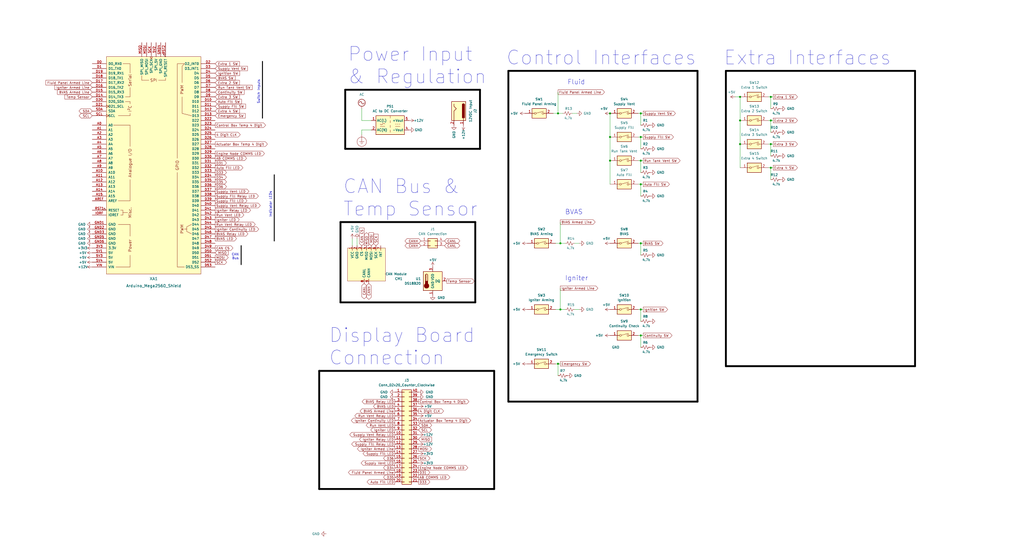
<source format=kicad_sch>
(kicad_sch (version 20211123) (generator eeschema)

  (uuid 1363abc9-a14f-4fba-8d73-4dda4c1878ba)

  (paper "User" 550.012 299.999)

  (title_block
    (title "Control Box Main Board")
    (date "2022-11-05")
  )

  

  (junction (at 414.02 90.17) (diameter 0) (color 0 0 0 0)
    (uuid 05da58a9-5376-42b1-b1da-7449f47b8959)
  )
  (junction (at 327.66 60.96) (diameter 0) (color 0 0 0 0)
    (uuid 0d113402-90e6-4c64-a0f9-56866e868ac6)
  )
  (junction (at 344.17 99.06) (diameter 0) (color 0 0 0 0)
    (uuid 162475a5-1bc0-4973-bf71-77d07a6d7491)
  )
  (junction (at 344.17 166.37) (diameter 0) (color 0 0 0 0)
    (uuid 29f92848-c818-437d-81b1-280eceea0007)
  )
  (junction (at 300.99 130.81) (diameter 0) (color 0 0 0 0)
    (uuid 2bab68bc-f3a4-47b9-a168-695c2c497026)
  )
  (junction (at 414.02 64.77) (diameter 0) (color 0 0 0 0)
    (uuid 3148eee8-a1d4-434a-bf01-50a67531c1f2)
  )
  (junction (at 299.72 60.96) (diameter 0) (color 0 0 0 0)
    (uuid 34f49ec5-32ca-4098-9daa-36a639d761b6)
  )
  (junction (at 299.72 195.58) (diameter 0) (color 0 0 0 0)
    (uuid 38e3c246-04a1-45d0-972c-4210156b5945)
  )
  (junction (at 397.51 52.07) (diameter 0) (color 0 0 0 0)
    (uuid 58c3f4f4-babc-4d7e-99e5-052802676b13)
  )
  (junction (at 300.99 166.37) (diameter 0) (color 0 0 0 0)
    (uuid 5ed71737-9ff7-4815-8e14-d48bd795b505)
  )
  (junction (at 414.02 77.47) (diameter 0) (color 0 0 0 0)
    (uuid 7992621c-9fa5-4b75-953c-a4095d6dfd71)
  )
  (junction (at 344.17 180.34) (diameter 0) (color 0 0 0 0)
    (uuid 92b0b06e-4929-44a9-a1c2-39d3d121d954)
  )
  (junction (at 344.17 86.36) (diameter 0) (color 0 0 0 0)
    (uuid 96181697-d0da-47f2-be43-e91dee2282dc)
  )
  (junction (at 344.17 130.81) (diameter 0) (color 0 0 0 0)
    (uuid a139f68a-0a22-4288-9309-5407edebe4ed)
  )
  (junction (at 344.17 60.96) (diameter 0) (color 0 0 0 0)
    (uuid aac05462-a835-4d81-bdef-d2ca38bba1de)
  )
  (junction (at 397.51 64.77) (diameter 0) (color 0 0 0 0)
    (uuid baad1e3a-fe01-4177-94d8-7a46700ee2b3)
  )
  (junction (at 344.17 73.66) (diameter 0) (color 0 0 0 0)
    (uuid bb635c9d-de5f-43e5-8e5c-841205d6e602)
  )
  (junction (at 327.66 86.36) (diameter 0) (color 0 0 0 0)
    (uuid be6e9158-7476-48a1-b435-dbe603296656)
  )
  (junction (at 397.51 77.47) (diameter 0) (color 0 0 0 0)
    (uuid d4fa6939-ce42-41c6-a769-3dc84ebb2646)
  )
  (junction (at 414.02 52.07) (diameter 0) (color 0 0 0 0)
    (uuid dd6b5386-ba3f-4911-814e-172a821ed1b9)
  )
  (junction (at 327.66 73.66) (diameter 0) (color 0 0 0 0)
    (uuid ffdba44e-dcf6-4697-b88e-0ea7f2f034d8)
  )

  (wire (pts (xy 299.72 195.58) (xy 300.99 195.58))
    (stroke (width 0) (type default) (color 0 0 0 0))
    (uuid 00fc18a5-d521-4749-9a13-f60dfce26b1f)
  )
  (polyline (pts (xy 255.27 119.38) (xy 182.88 119.38))
    (stroke (width 1) (type solid) (color 0 0 0 1))
    (uuid 0834d384-48d5-4432-848b-91861e039508)
  )

  (wire (pts (xy 344.17 166.37) (xy 344.17 172.72))
    (stroke (width 0) (type default) (color 0 0 0 0))
    (uuid 10ba38c1-5dd2-4dc3-8767-ad43c49358cc)
  )
  (wire (pts (xy 300.99 154.94) (xy 300.99 166.37))
    (stroke (width 0) (type default) (color 0 0 0 0))
    (uuid 10be2ef4-d28d-4ab6-9f14-d3ac48809adc)
  )
  (polyline (pts (xy 491.49 38.1) (xy 491.49 196.85))
    (stroke (width 1) (type solid) (color 0 0 0 1))
    (uuid 114ffc2f-f2f8-466b-96b7-fd7337337385)
  )
  (polyline (pts (xy 374.65 38.1) (xy 374.65 215.9))
    (stroke (width 1) (type solid) (color 0 0 0 1))
    (uuid 11c80098-9155-400a-b360-85aa45e255c4)
  )

  (wire (pts (xy 300.99 166.37) (xy 303.53 166.37))
    (stroke (width 0) (type default) (color 0 0 0 0))
    (uuid 133a8fe2-8701-4260-b881-8e2d6b6fc2cc)
  )
  (wire (pts (xy 414.02 52.07) (xy 415.29 52.07))
    (stroke (width 0) (type default) (color 0 0 0 0))
    (uuid 1759b8b7-70fc-4456-b021-4fb250105eea)
  )
  (wire (pts (xy 194.31 64.77) (xy 199.39 64.77))
    (stroke (width 0) (type default) (color 0 0 0 0))
    (uuid 226bd5f0-9112-4d24-9792-9fa99452f0cd)
  )
  (wire (pts (xy 199.39 69.85) (xy 194.31 69.85))
    (stroke (width 0) (type default) (color 0 0 0 0))
    (uuid 2990c8e7-e95f-4a73-8d18-03c690eea3b9)
  )
  (polyline (pts (xy 265.43 199.39) (xy 171.45 199.39))
    (stroke (width 1) (type solid) (color 0 0 0 1))
    (uuid 29cd7a96-e4c9-4674-adf5-72f4ca79c732)
  )

  (wire (pts (xy 327.66 60.96) (xy 327.66 73.66))
    (stroke (width 0) (type default) (color 0 0 0 0))
    (uuid 2b319e29-8a39-4ba1-bfbf-e3dee8bc9c73)
  )
  (wire (pts (xy 194.31 58.42) (xy 194.31 64.77))
    (stroke (width 0) (type default) (color 0 0 0 0))
    (uuid 3373a60a-afb5-4f8a-afa4-855faaacf3c2)
  )
  (polyline (pts (xy 255.27 119.38) (xy 255.27 162.56))
    (stroke (width 1) (type solid) (color 0 0 0 1))
    (uuid 338419cb-d127-493e-a133-8542ad9093fc)
  )

  (wire (pts (xy 342.9 86.36) (xy 344.17 86.36))
    (stroke (width 0) (type default) (color 0 0 0 0))
    (uuid 35217fe1-407d-4faf-b5a9-a44a36c0d6e2)
  )
  (polyline (pts (xy 389.89 196.85) (xy 491.49 196.85))
    (stroke (width 1) (type solid) (color 0 0 0 1))
    (uuid 39f297d0-1ce5-415a-a2f6-be4c96df3817)
  )

  (wire (pts (xy 345.44 180.34) (xy 344.17 180.34))
    (stroke (width 0) (type default) (color 0 0 0 0))
    (uuid 3d88b60a-5427-4717-86b7-3935730ae386)
  )
  (wire (pts (xy 414.02 90.17) (xy 415.29 90.17))
    (stroke (width 0) (type default) (color 0 0 0 0))
    (uuid 4210e98a-e940-4605-87f7-afe697f5542e)
  )
  (wire (pts (xy 298.45 166.37) (xy 300.99 166.37))
    (stroke (width 0) (type default) (color 0 0 0 0))
    (uuid 42bf037d-3d4b-43b1-bf7a-e0b50e7b2d1b)
  )
  (wire (pts (xy 342.9 99.06) (xy 344.17 99.06))
    (stroke (width 0) (type default) (color 0 0 0 0))
    (uuid 43d594d0-3769-476b-b292-67838b99dcfa)
  )
  (polyline (pts (xy 374.65 38.1) (xy 273.05 38.1))
    (stroke (width 1) (type solid) (color 0 0 0 1))
    (uuid 450677c8-6894-40f8-b38b-b849ca4df534)
  )
  (polyline (pts (xy 257.81 48.26) (xy 185.42 48.26))
    (stroke (width 1) (type solid) (color 0 0 0 1))
    (uuid 46852f54-87f4-40e4-8fbc-96c3ae78afd5)
  )
  (polyline (pts (xy 273.05 38.1) (xy 273.05 215.9))
    (stroke (width 1) (type solid) (color 0 0 0 1))
    (uuid 47d1d63a-b22a-4a58-9745-875e859caa0a)
  )

  (wire (pts (xy 412.75 52.07) (xy 414.02 52.07))
    (stroke (width 0) (type default) (color 0 0 0 0))
    (uuid 48e77b59-395b-44f1-843e-c6e5f966d917)
  )
  (wire (pts (xy 308.61 130.81) (xy 311.15 130.81))
    (stroke (width 0) (type default) (color 0 0 0 0))
    (uuid 4c38f139-148e-4b1a-a6a2-c058a118de56)
  )
  (polyline (pts (xy 265.43 199.39) (xy 265.43 262.89))
    (stroke (width 1) (type solid) (color 0 0 0 1))
    (uuid 4c82268b-17b2-441e-a21d-c661b6229cf4)
  )

  (wire (pts (xy 414.02 64.77) (xy 414.02 71.12))
    (stroke (width 0) (type default) (color 0 0 0 0))
    (uuid 54367f96-9f99-442a-bec7-6b59fc2a2c4e)
  )
  (polyline (pts (xy 182.88 119.38) (xy 182.88 162.56))
    (stroke (width 1) (type solid) (color 0 0 0 1))
    (uuid 5ee6b996-e5d7-4545-a2fa-403f716235c2)
  )

  (wire (pts (xy 397.51 52.07) (xy 397.51 64.77))
    (stroke (width 0) (type default) (color 0 0 0 0))
    (uuid 5f9811b6-642d-4b55-a9a4-066bc55cffdc)
  )
  (wire (pts (xy 298.45 195.58) (xy 299.72 195.58))
    (stroke (width 0) (type default) (color 0 0 0 0))
    (uuid 69ce69f4-0001-4be9-b8cd-ab0a500edfd5)
  )
  (wire (pts (xy 194.31 69.85) (xy 194.31 72.39))
    (stroke (width 0) (type default) (color 0 0 0 0))
    (uuid 6ac638ff-76b4-401b-b991-08976741a771)
  )
  (wire (pts (xy 299.72 195.58) (xy 299.72 201.93))
    (stroke (width 0) (type default) (color 0 0 0 0))
    (uuid 70492a20-e876-4e58-9aa5-dc15b23df592)
  )
  (wire (pts (xy 342.9 166.37) (xy 344.17 166.37))
    (stroke (width 0) (type default) (color 0 0 0 0))
    (uuid 723f0c2b-8c42-4ffa-900e-18fe560fa5be)
  )
  (wire (pts (xy 344.17 86.36) (xy 344.17 92.71))
    (stroke (width 0) (type default) (color 0 0 0 0))
    (uuid 78aae524-99a2-44cb-9562-d681d80ddda7)
  )
  (wire (pts (xy 414.02 52.07) (xy 414.02 58.42))
    (stroke (width 0) (type default) (color 0 0 0 0))
    (uuid 79155e62-7694-4b7c-8a13-ef8407853c75)
  )
  (wire (pts (xy 308.61 166.37) (xy 311.15 166.37))
    (stroke (width 0) (type default) (color 0 0 0 0))
    (uuid 7ae2cd4b-90cc-4322-a025-1be928be3a5f)
  )
  (wire (pts (xy 298.45 130.81) (xy 300.99 130.81))
    (stroke (width 0) (type default) (color 0 0 0 0))
    (uuid 7dd0fa24-925c-4eb1-a5dd-33cbb10dd205)
  )
  (wire (pts (xy 344.17 130.81) (xy 344.17 137.16))
    (stroke (width 0) (type default) (color 0 0 0 0))
    (uuid 7df10c62-22e6-490e-bad6-dae34b4e279e)
  )
  (polyline (pts (xy 185.42 80.01) (xy 257.81 80.01))
    (stroke (width 1) (type solid) (color 0 0 0 1))
    (uuid 873e7660-e756-471a-8357-002bd9e7f4ac)
  )
  (polyline (pts (xy 171.45 199.39) (xy 171.45 262.89))
    (stroke (width 1) (type solid) (color 0 0 0 1))
    (uuid 8ad69fef-f6e3-4542-830a-0171fd7f1bd4)
  )

  (wire (pts (xy 344.17 60.96) (xy 345.44 60.96))
    (stroke (width 0) (type default) (color 0 0 0 0))
    (uuid 8d288f43-f0cb-488f-ab8c-aee85e092eb0)
  )
  (wire (pts (xy 327.66 86.36) (xy 327.66 99.06))
    (stroke (width 0) (type default) (color 0 0 0 0))
    (uuid 8eb9e838-ada0-4089-b73e-1f9bf8614305)
  )
  (wire (pts (xy 300.99 119.38) (xy 300.99 130.81))
    (stroke (width 0) (type default) (color 0 0 0 0))
    (uuid 917bd57b-4cff-4442-a435-6916f4569437)
  )
  (wire (pts (xy 297.18 60.96) (xy 299.72 60.96))
    (stroke (width 0) (type default) (color 0 0 0 0))
    (uuid 922bf958-79c3-4d02-be49-9cbee3dc3a75)
  )
  (wire (pts (xy 299.72 49.53) (xy 299.72 60.96))
    (stroke (width 0) (type default) (color 0 0 0 0))
    (uuid 9679a7bb-74af-4739-8056-d2ca372ee37b)
  )
  (wire (pts (xy 414.02 77.47) (xy 414.02 83.82))
    (stroke (width 0) (type default) (color 0 0 0 0))
    (uuid 99d6b15d-4e35-4e89-b974-cfc70658678c)
  )
  (wire (pts (xy 191.77 128.27) (xy 191.77 132.08))
    (stroke (width 0) (type default) (color 0 0 0 0))
    (uuid 9b07699b-a9f5-4b70-a7ab-af800e7f2bca)
  )
  (polyline (pts (xy 147.32 93.98) (xy 147.32 129.54))
    (stroke (width 0.5) (type solid) (color 0 0 0 1))
    (uuid a029087d-5afd-45a7-b2c4-be9aba5eac84)
  )

  (wire (pts (xy 412.75 64.77) (xy 414.02 64.77))
    (stroke (width 0) (type default) (color 0 0 0 0))
    (uuid a7f4f8b7-2b1a-488a-ab33-86d600cf636d)
  )
  (polyline (pts (xy 389.89 38.1) (xy 389.89 196.85))
    (stroke (width 1) (type solid) (color 0 0 0 1))
    (uuid a819b682-5b95-48d2-8070-31e284ad710c)
  )

  (wire (pts (xy 342.9 73.66) (xy 344.17 73.66))
    (stroke (width 0) (type default) (color 0 0 0 0))
    (uuid a90c066c-a44b-436f-a9b8-0d65e8f6ca51)
  )
  (polyline (pts (xy 182.88 162.56) (xy 255.27 162.56))
    (stroke (width 1) (type solid) (color 0 0 0 1))
    (uuid af7c06df-0cff-42e8-bdbe-01b7111bf2d8)
  )

  (wire (pts (xy 412.75 90.17) (xy 414.02 90.17))
    (stroke (width 0) (type default) (color 0 0 0 0))
    (uuid b18a9d67-b09a-4667-97b6-e1f9d8cda055)
  )
  (wire (pts (xy 344.17 180.34) (xy 342.9 180.34))
    (stroke (width 0) (type default) (color 0 0 0 0))
    (uuid b2c1828b-db30-4603-b519-0c5522647713)
  )
  (wire (pts (xy 394.97 52.07) (xy 397.51 52.07))
    (stroke (width 0) (type default) (color 0 0 0 0))
    (uuid ba19d0ea-6ed4-4c15-a8a3-dcc70b2a499b)
  )
  (polyline (pts (xy 185.42 48.26) (xy 185.42 80.01))
    (stroke (width 1) (type solid) (color 0 0 0 1))
    (uuid ba619455-9ac9-4dae-bdf1-9f47a30d61bc)
  )

  (wire (pts (xy 344.17 180.34) (xy 344.17 186.69))
    (stroke (width 0) (type default) (color 0 0 0 0))
    (uuid bec8de29-28b5-4bf3-9802-be180a902729)
  )
  (wire (pts (xy 344.17 130.81) (xy 345.44 130.81))
    (stroke (width 0) (type default) (color 0 0 0 0))
    (uuid c330dd60-d625-4cf2-8d16-748e7db29838)
  )
  (wire (pts (xy 414.02 64.77) (xy 415.29 64.77))
    (stroke (width 0) (type default) (color 0 0 0 0))
    (uuid cb98e5b5-9d10-403f-950d-456250b95ad4)
  )
  (polyline (pts (xy 129.54 132.08) (xy 129.54 142.24))
    (stroke (width 0.5) (type solid) (color 0 0 0 1))
    (uuid d09e833c-8a6a-495b-868f-948f8f8d438e)
  )

  (wire (pts (xy 344.17 73.66) (xy 344.17 80.01))
    (stroke (width 0) (type default) (color 0 0 0 0))
    (uuid d1899d82-cc3c-4b55-9bc7-6117de2cfca8)
  )
  (wire (pts (xy 344.17 73.66) (xy 345.44 73.66))
    (stroke (width 0) (type default) (color 0 0 0 0))
    (uuid d1eaca62-644c-4702-9bd6-8d9027588504)
  )
  (wire (pts (xy 414.02 90.17) (xy 414.02 96.52))
    (stroke (width 0) (type default) (color 0 0 0 0))
    (uuid d5f2afd7-ce34-4142-99c0-9f6d0aa3dba4)
  )
  (wire (pts (xy 344.17 99.06) (xy 344.17 105.41))
    (stroke (width 0) (type default) (color 0 0 0 0))
    (uuid d7a408c2-b9df-4bcb-beed-794b257bacda)
  )
  (wire (pts (xy 189.23 128.27) (xy 189.23 132.08))
    (stroke (width 0) (type default) (color 0 0 0 0))
    (uuid d8022b88-5967-457f-b892-f6c7c744e32e)
  )
  (wire (pts (xy 414.02 77.47) (xy 415.29 77.47))
    (stroke (width 0) (type default) (color 0 0 0 0))
    (uuid d9b1ca8e-4f0f-4d5c-b8aa-2b9fa0751bc2)
  )
  (wire (pts (xy 327.66 73.66) (xy 327.66 86.36))
    (stroke (width 0) (type default) (color 0 0 0 0))
    (uuid dce51b70-3c43-4886-a11c-fba04a4a508f)
  )
  (wire (pts (xy 300.99 130.81) (xy 303.53 130.81))
    (stroke (width 0) (type default) (color 0 0 0 0))
    (uuid dd422546-cd6d-42bd-ba32-e83aa26c3e06)
  )
  (wire (pts (xy 344.17 99.06) (xy 345.44 99.06))
    (stroke (width 0) (type default) (color 0 0 0 0))
    (uuid df3c4b0a-87ef-4bc7-b2e8-5572e1d71cf4)
  )
  (wire (pts (xy 344.17 60.96) (xy 344.17 67.31))
    (stroke (width 0) (type default) (color 0 0 0 0))
    (uuid e0e6a82b-a08d-431e-9563-575ba67a9705)
  )
  (polyline (pts (xy 273.05 215.9) (xy 374.65 215.9))
    (stroke (width 1) (type solid) (color 0 0 0 1))
    (uuid e2ef1fb8-07f2-430e-b107-5780b5952f34)
  )
  (polyline (pts (xy 140.97 33.02) (xy 140.97 63.5))
    (stroke (width 0.5) (type solid) (color 0 0 0 1))
    (uuid e3c3a5bb-1970-4662-95ab-634c91d2638c)
  )
  (polyline (pts (xy 257.81 48.26) (xy 257.81 80.01))
    (stroke (width 1) (type solid) (color 0 0 0 1))
    (uuid e4276502-419e-4eab-b80c-9615fe57129a)
  )

  (wire (pts (xy 344.17 86.36) (xy 345.44 86.36))
    (stroke (width 0) (type default) (color 0 0 0 0))
    (uuid e7611e83-f50f-48b7-ac07-085d76a65d7f)
  )
  (wire (pts (xy 344.17 166.37) (xy 345.44 166.37))
    (stroke (width 0) (type default) (color 0 0 0 0))
    (uuid e9cdb115-f904-45aa-8d21-523d8a77dc9c)
  )
  (wire (pts (xy 342.9 130.81) (xy 344.17 130.81))
    (stroke (width 0) (type default) (color 0 0 0 0))
    (uuid ed0ba512-3e65-4057-9cf4-9d921c22d57f)
  )
  (wire (pts (xy 342.9 60.96) (xy 344.17 60.96))
    (stroke (width 0) (type default) (color 0 0 0 0))
    (uuid eee003b8-d0bb-4e95-8e55-74c606c96e15)
  )
  (wire (pts (xy 397.51 77.47) (xy 397.51 90.17))
    (stroke (width 0) (type default) (color 0 0 0 0))
    (uuid efbceb8b-e996-471f-8672-8b0faae2283b)
  )
  (polyline (pts (xy 171.45 262.89) (xy 265.43 262.89))
    (stroke (width 1) (type solid) (color 0 0 0 1))
    (uuid f02ea363-4d13-4959-8211-56c7fa421750)
  )
  (polyline (pts (xy 491.49 38.1) (xy 389.89 38.1))
    (stroke (width 1) (type solid) (color 0 0 0 1))
    (uuid f0d4ac1b-1c5a-4fe8-8186-e8d527fef9c8)
  )

  (wire (pts (xy 299.72 60.96) (xy 302.26 60.96))
    (stroke (width 0) (type default) (color 0 0 0 0))
    (uuid f1458fc6-cfdc-417c-8d50-9162fa9c3887)
  )
  (wire (pts (xy 307.34 60.96) (xy 309.88 60.96))
    (stroke (width 0) (type default) (color 0 0 0 0))
    (uuid f7a15c10-d066-4f13-ad78-3243ed544b0a)
  )
  (wire (pts (xy 412.75 77.47) (xy 414.02 77.47))
    (stroke (width 0) (type default) (color 0 0 0 0))
    (uuid fae4f3fc-cb0e-4e28-bebf-a9cc29028ddc)
  )
  (wire (pts (xy 397.51 64.77) (xy 397.51 77.47))
    (stroke (width 0) (type default) (color 0 0 0 0))
    (uuid fcb17280-65c9-4d07-8540-9b1cf069fcf9)
  )

  (text "Power Input\n& Regulation" (at 186.69 45.72 0)
    (effects (font (size 7.5 7.5)) (justify left bottom))
    (uuid 0f6c7f0f-a4a5-429a-a486-32f0559f35b4)
  )
  (text "CAN\nBus" (at 128.27 139.7 180)
    (effects (font (size 1.27 1.27)) (justify right bottom))
    (uuid 1143fe75-6a77-44fc-805f-4b9b86e9e423)
  )
  (text "CAN Bus &\nTemp Sensor" (at 184.15 116.84 0)
    (effects (font (size 7.5 7.5)) (justify left bottom))
    (uuid 21b007fc-f271-4a56-934d-812c1b28028e)
  )
  (text "Igniter" (at 303.53 151.13 0)
    (effects (font (size 2.54 2.54)) (justify left bottom))
    (uuid 4c3ba1b5-ddf0-47a6-936f-a1dae4832762)
  )
  (text "Switch Inputs" (at 139.7 55.88 90)
    (effects (font (size 1.27 1.27)) (justify left bottom))
    (uuid 51446f13-8575-4ac7-80fd-7ea3526d8e3f)
  )
  (text "Control Interfaces" (at 271.78 35.56 0)
    (effects (font (size 7.5 7.5)) (justify left bottom))
    (uuid 552dd7d5-12f6-44b8-978b-e273ba26cef5)
  )
  (text "Fluid" (at 304.8 45.72 0)
    (effects (font (size 2.54 2.54)) (justify left bottom))
    (uuid 64301ceb-38e8-409e-8a2a-c70cdcd3d795)
  )
  (text "Indicator LEDs" (at 146.05 116.84 90)
    (effects (font (size 1.27 1.27)) (justify left bottom))
    (uuid 652e6e72-2e3b-4ed1-99a8-dea15910cf5c)
  )
  (text "Extra Interfaces" (at 388.62 35.56 0)
    (effects (font (size 7.5 7.5)) (justify left bottom))
    (uuid 8d779a1b-c4d4-45dd-b4f5-2d399882e92e)
  )
  (text "BVAS" (at 303.53 115.57 0)
    (effects (font (size 2.54 2.54)) (justify left bottom))
    (uuid b8ed4db4-1b84-405d-ac15-7b84c88e0af9)
  )
  (text "Display Board\nConnection" (at 176.53 196.85 0)
    (effects (font (size 7.5 7.5)) (justify left bottom))
    (uuid be1728ae-135c-482e-912a-87c27f37594a)
  )

  (global_label "BVAS Relay LED" (shape output) (at 212.09 215.9 180) (fields_autoplaced)
    (effects (font (size 1.27 1.27)) (justify right))
    (uuid 017af4fd-469b-4b9b-aff1-73bea31cde63)
    (property "Intersheet References" "${INTERSHEET_REFS}" (id 0) (at 194.4974 215.9794 0)
      (effects (font (size 1.27 1.27)) (justify right) hide)
    )
  )
  (global_label "SCK" (shape input) (at 201.93 132.08 90) (fields_autoplaced)
    (effects (font (size 1.27 1.27)) (justify left))
    (uuid 0225b3f4-1d47-457d-b90f-4849cd9b8da9)
    (property "Intersheet References" "${INTERSHEET_REFS}" (id 0) (at 201.8506 125.9174 90)
      (effects (font (size 1.27 1.27)) (justify left) hide)
    )
  )
  (global_label "D35" (shape output) (at 115.57 97.79 0) (fields_autoplaced)
    (effects (font (size 1.27 1.27)) (justify left))
    (uuid 07827536-9b6d-4433-9c49-f6dfd292e688)
    (property "Intersheet References" "${INTERSHEET_REFS}" (id 0) (at 121.6721 97.7106 0)
      (effects (font (size 1.27 1.27)) (justify left) hide)
    )
  )
  (global_label "AB COMMS LED" (shape output) (at 224.79 256.54 0) (fields_autoplaced)
    (effects (font (size 1.27 1.27)) (justify left))
    (uuid 10cfebc1-c2c7-48de-8f11-508fdac8b471)
    (property "Intersheet References" "${INTERSHEET_REFS}" (id 0) (at 241.6569 256.4606 0)
      (effects (font (size 1.27 1.27)) (justify left) hide)
    )
  )
  (global_label "Supply Fill LED" (shape output) (at 212.09 243.84 180) (fields_autoplaced)
    (effects (font (size 1.27 1.27)) (justify right))
    (uuid 11aeecd1-5187-4d0b-bcd5-e52633a182a6)
    (property "Intersheet References" "${INTERSHEET_REFS}" (id 0) (at 194.9812 243.9194 0)
      (effects (font (size 1.27 1.27)) (justify right) hide)
    )
  )
  (global_label "AB COMMS LED" (shape output) (at 115.57 85.09 0) (fields_autoplaced)
    (effects (font (size 1.27 1.27)) (justify left))
    (uuid 13ef3c10-56ec-411d-8272-f4534fcf3e73)
    (property "Intersheet References" "${INTERSHEET_REFS}" (id 0) (at 132.4369 85.0106 0)
      (effects (font (size 1.27 1.27)) (justify left) hide)
    )
  )
  (global_label "Igniter Continuity LED" (shape output) (at 212.09 226.06 180) (fields_autoplaced)
    (effects (font (size 1.27 1.27)) (justify right))
    (uuid 15082243-e16f-4d12-ad27-8d8541bd0db6)
    (property "Intersheet References" "${INTERSHEET_REFS}" (id 0) (at 188.6917 226.1394 0)
      (effects (font (size 1.27 1.27)) (justify right) hide)
    )
  )
  (global_label "Igniter Armed Line" (shape output) (at 212.09 241.3 180) (fields_autoplaced)
    (effects (font (size 1.27 1.27)) (justify right))
    (uuid 16c187ab-52fd-40e7-b86b-644de921a3cf)
    (property "Intersheet References" "${INTERSHEET_REFS}" (id 0) (at 191.9574 241.2206 0)
      (effects (font (size 1.27 1.27)) (justify right) hide)
    )
  )
  (global_label "Igniter Armed Line" (shape input) (at 49.53 46.99 180) (fields_autoplaced)
    (effects (font (size 1.27 1.27)) (justify right))
    (uuid 176f1336-980c-4aca-975b-e90ab7299924)
    (property "Intersheet References" "${INTERSHEET_REFS}" (id 0) (at 29.3974 46.9106 0)
      (effects (font (size 1.27 1.27)) (justify right) hide)
    )
  )
  (global_label "Extra 2 SW" (shape output) (at 415.29 64.77 0) (fields_autoplaced)
    (effects (font (size 1.27 1.27)) (justify left))
    (uuid 17b9ad6f-f018-4878-b68c-9c3f631d5d0b)
    (property "Intersheet References" "${INTERSHEET_REFS}" (id 0) (at 428.3469 64.6906 0)
      (effects (font (size 1.27 1.27)) (justify left) hide)
    )
  )
  (global_label "BVAS Relay LED" (shape output) (at 115.57 125.73 0) (fields_autoplaced)
    (effects (font (size 1.27 1.27)) (justify left))
    (uuid 1ac2731d-b54b-4e20-bfa3-ed0f85588b0a)
    (property "Intersheet References" "${INTERSHEET_REFS}" (id 0) (at 133.1626 125.6506 0)
      (effects (font (size 1.27 1.27)) (justify left) hide)
    )
  )
  (global_label "D31" (shape output) (at 224.79 254 0) (fields_autoplaced)
    (effects (font (size 1.27 1.27)) (justify left))
    (uuid 1ac425df-c7da-431f-bbc1-68eb5a7bfc64)
    (property "Intersheet References" "${INTERSHEET_REFS}" (id 0) (at 230.8921 253.9206 0)
      (effects (font (size 1.27 1.27)) (justify left) hide)
    )
  )
  (global_label "CANH" (shape bidirectional) (at 226.06 132.08 180) (fields_autoplaced)
    (effects (font (size 1.27 1.27)) (justify right))
    (uuid 1e2cc32c-2707-45cb-8b86-98010f3785e0)
    (property "Intersheet References" "${INTERSHEET_REFS}" (id 0) (at 218.6274 132.0006 0)
      (effects (font (size 1.27 1.27)) (justify right) hide)
    )
  )
  (global_label "Igniter LED" (shape output) (at 115.57 118.11 0) (fields_autoplaced)
    (effects (font (size 1.27 1.27)) (justify left))
    (uuid 2370eda5-7e1f-4adb-9ebf-c70c593920f3)
    (property "Intersheet References" "${INTERSHEET_REFS}" (id 0) (at 128.506 118.0306 0)
      (effects (font (size 1.27 1.27)) (justify left) hide)
    )
  )
  (global_label "MOSI" (shape output) (at 115.57 138.43 0) (fields_autoplaced)
    (effects (font (size 1.27 1.27)) (justify left))
    (uuid 24e61c20-f497-4163-9d2f-2c5fd6f28626)
    (property "Intersheet References" "${INTERSHEET_REFS}" (id 0) (at 122.5793 138.3506 0)
      (effects (font (size 1.27 1.27)) (justify left) hide)
    )
  )
  (global_label "Supply Fill Relay LED" (shape output) (at 115.57 105.41 0) (fields_autoplaced)
    (effects (font (size 1.27 1.27)) (justify left))
    (uuid 2645243b-581c-461f-88ee-0113e481257c)
    (property "Intersheet References" "${INTERSHEET_REFS}" (id 0) (at 138.7869 105.3306 0)
      (effects (font (size 1.27 1.27)) (justify left) hide)
    )
  )
  (global_label "SDA" (shape bidirectional) (at 49.53 59.69 180) (fields_autoplaced)
    (effects (font (size 1.27 1.27)) (justify right))
    (uuid 27713f27-6c6a-4329-984a-b11cb92d1ac9)
    (property "Intersheet References" "${INTERSHEET_REFS}" (id 0) (at 43.5488 59.6106 0)
      (effects (font (size 1.27 1.27)) (justify right) hide)
    )
  )
  (global_label "CANL" (shape bidirectional) (at 195.58 152.4 270) (fields_autoplaced)
    (effects (font (size 1.27 1.27)) (justify right))
    (uuid 28112eb7-e902-413a-8e0f-726a2fc49779)
    (property "Intersheet References" "${INTERSHEET_REFS}" (id 0) (at 195.5006 159.5302 90)
      (effects (font (size 1.27 1.27)) (justify right) hide)
    )
  )
  (global_label "Extra 1 SW" (shape input) (at 115.57 34.29 0) (fields_autoplaced)
    (effects (font (size 1.27 1.27)) (justify left))
    (uuid 281b6a13-f4e3-4dd3-8de4-747a1a1a779c)
    (property "Intersheet References" "${INTERSHEET_REFS}" (id 0) (at 128.6269 34.2106 0)
      (effects (font (size 1.27 1.27)) (justify left) hide)
    )
  )
  (global_label "D35" (shape output) (at 212.09 256.54 180) (fields_autoplaced)
    (effects (font (size 1.27 1.27)) (justify right))
    (uuid 2cddb7ae-eaa3-4aca-84ab-c2c489630766)
    (property "Intersheet References" "${INTERSHEET_REFS}" (id 0) (at 205.9879 256.6194 0)
      (effects (font (size 1.27 1.27)) (justify right) hide)
    )
  )
  (global_label "Supply Vent Relay LED" (shape output) (at 115.57 110.49 0) (fields_autoplaced)
    (effects (font (size 1.27 1.27)) (justify left))
    (uuid 2e04346d-194b-4c9a-bda6-8e236e927ae9)
    (property "Intersheet References" "${INTERSHEET_REFS}" (id 0) (at 139.815 110.4106 0)
      (effects (font (size 1.27 1.27)) (justify left) hide)
    )
  )
  (global_label "Supply Vent LED" (shape output) (at 212.09 248.92 180) (fields_autoplaced)
    (effects (font (size 1.27 1.27)) (justify right))
    (uuid 2f07d6a7-ec62-4cf0-a935-1d0a580250d6)
    (property "Intersheet References" "${INTERSHEET_REFS}" (id 0) (at 193.9531 248.9994 0)
      (effects (font (size 1.27 1.27)) (justify right) hide)
    )
  )
  (global_label "D34" (shape output) (at 212.09 251.46 180) (fields_autoplaced)
    (effects (font (size 1.27 1.27)) (justify right))
    (uuid 2f43c2b1-89cd-462a-964b-d83d4ea18e1f)
    (property "Intersheet References" "${INTERSHEET_REFS}" (id 0) (at 205.9879 251.3806 0)
      (effects (font (size 1.27 1.27)) (justify right) hide)
    )
  )
  (global_label "SCL" (shape bidirectional) (at 224.79 231.14 0) (fields_autoplaced)
    (effects (font (size 1.27 1.27)) (justify left))
    (uuid 3244c476-b043-418e-9df3-24904accc903)
    (property "Intersheet References" "${INTERSHEET_REFS}" (id 0) (at 230.7107 231.2194 0)
      (effects (font (size 1.27 1.27)) (justify left) hide)
    )
  )
  (global_label "Fluid Panel Armed Line" (shape output) (at 212.09 254 180) (fields_autoplaced)
    (effects (font (size 1.27 1.27)) (justify right))
    (uuid 338a4ec6-19ee-4f9e-81e4-b050c53fcc36)
    (property "Intersheet References" "${INTERSHEET_REFS}" (id 0) (at 187.1193 253.9206 0)
      (effects (font (size 1.27 1.27)) (justify right) hide)
    )
  )
  (global_label "Extra 3 SW" (shape input) (at 115.57 52.07 0) (fields_autoplaced)
    (effects (font (size 1.27 1.27)) (justify left))
    (uuid 36bfd5eb-6928-4560-b9d5-19ce3f1467c8)
    (property "Intersheet References" "${INTERSHEET_REFS}" (id 0) (at 128.6269 51.9906 0)
      (effects (font (size 1.27 1.27)) (justify left) hide)
    )
  )
  (global_label "D33" (shape output) (at 115.57 92.71 0) (fields_autoplaced)
    (effects (font (size 1.27 1.27)) (justify left))
    (uuid 370c73f1-a9b0-4835-a7e1-9064e9447da0)
    (property "Intersheet References" "${INTERSHEET_REFS}" (id 0) (at 121.6721 92.6306 0)
      (effects (font (size 1.27 1.27)) (justify left) hide)
    )
  )
  (global_label "Temp Sensor" (shape output) (at 240.03 151.13 0) (fields_autoplaced)
    (effects (font (size 1.27 1.27)) (justify left))
    (uuid 3842817b-379f-44b0-94b8-4f0fbe1079fd)
    (property "Intersheet References" "${INTERSHEET_REFS}" (id 0) (at 254.7198 151.0506 0)
      (effects (font (size 1.27 1.27)) (justify left) hide)
    )
  )
  (global_label "Continuity SW" (shape output) (at 345.44 180.34 0) (fields_autoplaced)
    (effects (font (size 1.27 1.27)) (justify left))
    (uuid 3918c7b0-e52f-4820-8f06-7c2b33ad52db)
    (property "Intersheet References" "${INTERSHEET_REFS}" (id 0) (at 360.9764 180.2606 0)
      (effects (font (size 1.27 1.27)) (justify left) hide)
    )
  )
  (global_label "Auto Fill LED" (shape output) (at 212.09 259.08 180) (fields_autoplaced)
    (effects (font (size 1.27 1.27)) (justify right))
    (uuid 3ae85678-0aa2-4cf9-9228-af4c2eb6caaa)
    (property "Intersheet References" "${INTERSHEET_REFS}" (id 0) (at 197.1583 259.1594 0)
      (effects (font (size 1.27 1.27)) (justify right) hide)
    )
  )
  (global_label "BVAS LED" (shape output) (at 115.57 128.27 0) (fields_autoplaced)
    (effects (font (size 1.27 1.27)) (justify left))
    (uuid 3caae073-6010-491e-9130-8d0dfd2bbf88)
    (property "Intersheet References" "${INTERSHEET_REFS}" (id 0) (at 127.0545 128.1906 0)
      (effects (font (size 1.27 1.27)) (justify left) hide)
    )
  )
  (global_label "D34" (shape output) (at 115.57 95.25 0) (fields_autoplaced)
    (effects (font (size 1.27 1.27)) (justify left))
    (uuid 3f1da7ee-acf7-4c7d-b11f-5b72752767f4)
    (property "Intersheet References" "${INTERSHEET_REFS}" (id 0) (at 121.6721 95.3294 0)
      (effects (font (size 1.27 1.27)) (justify left) hide)
    )
  )
  (global_label "Supply Vent SW" (shape output) (at 345.44 60.96 0) (fields_autoplaced)
    (effects (font (size 1.27 1.27)) (justify left))
    (uuid 416b8ec0-e011-407b-874c-2c614ac9bae3)
    (property "Intersheet References" "${INTERSHEET_REFS}" (id 0) (at 362.7907 60.8806 0)
      (effects (font (size 1.27 1.27)) (justify left) hide)
    )
  )
  (global_label "Emergency SW" (shape input) (at 115.57 62.23 0) (fields_autoplaced)
    (effects (font (size 1.27 1.27)) (justify left))
    (uuid 4305f40a-0a41-44b4-98c8-405bfd8f8ab4)
    (property "Intersheet References" "${INTERSHEET_REFS}" (id 0) (at 131.7717 62.1506 0)
      (effects (font (size 1.27 1.27)) (justify left) hide)
    )
  )
  (global_label "CANH" (shape bidirectional) (at 226.06 129.54 180) (fields_autoplaced)
    (effects (font (size 1.27 1.27)) (justify right))
    (uuid 45ddb22b-fec6-4d5a-838e-60988bb77562)
    (property "Intersheet References" "${INTERSHEET_REFS}" (id 0) (at 218.6274 129.6194 0)
      (effects (font (size 1.27 1.27)) (justify right) hide)
    )
  )
  (global_label "MOSI" (shape output) (at 224.79 241.3 0) (fields_autoplaced)
    (effects (font (size 1.27 1.27)) (justify left))
    (uuid 4ad396aa-ccd0-4181-a13a-534fa85488a0)
    (property "Intersheet References" "${INTERSHEET_REFS}" (id 0) (at 231.7993 241.2206 0)
      (effects (font (size 1.27 1.27)) (justify left) hide)
    )
  )
  (global_label "CANL" (shape bidirectional) (at 238.76 132.08 0) (fields_autoplaced)
    (effects (font (size 1.27 1.27)) (justify left))
    (uuid 4bed0da8-5cf8-46b8-9745-a0d95807b8dd)
    (property "Intersheet References" "${INTERSHEET_REFS}" (id 0) (at 245.8902 132.1594 0)
      (effects (font (size 1.27 1.27)) (justify left) hide)
    )
  )
  (global_label "Supply Fill Relay LED" (shape output) (at 212.09 238.76 180) (fields_autoplaced)
    (effects (font (size 1.27 1.27)) (justify right))
    (uuid 4d97f3f9-55c3-4a1c-9b85-4078290975b8)
    (property "Intersheet References" "${INTERSHEET_REFS}" (id 0) (at 188.8731 238.8394 0)
      (effects (font (size 1.27 1.27)) (justify right) hide)
    )
  )
  (global_label "BVAS SW" (shape output) (at 345.44 130.81 0) (fields_autoplaced)
    (effects (font (size 1.27 1.27)) (justify left))
    (uuid 4e509e0d-7ad9-4ed1-a09b-ec1178a3135d)
    (property "Intersheet References" "${INTERSHEET_REFS}" (id 0) (at 356.1383 130.7306 0)
      (effects (font (size 1.27 1.27)) (justify left) hide)
    )
  )
  (global_label "CANH" (shape bidirectional) (at 198.12 152.4 270) (fields_autoplaced)
    (effects (font (size 1.27 1.27)) (justify right))
    (uuid 50068200-5db5-4068-8343-356e4fd55c01)
    (property "Intersheet References" "${INTERSHEET_REFS}" (id 0) (at 198.0406 159.8326 90)
      (effects (font (size 1.27 1.27)) (justify right) hide)
    )
  )
  (global_label "BVAS Armed Line" (shape input) (at 49.53 49.53 180) (fields_autoplaced)
    (effects (font (size 1.27 1.27)) (justify right))
    (uuid 50a05bd9-9cbf-4400-8308-f25c18cb971f)
    (property "Intersheet References" "${INTERSHEET_REFS}" (id 0) (at 30.8488 49.4506 0)
      (effects (font (size 1.27 1.27)) (justify right) hide)
    )
  )
  (global_label "BVAS Armed Line" (shape output) (at 300.99 119.38 0) (fields_autoplaced)
    (effects (font (size 1.27 1.27)) (justify left))
    (uuid 50b0696c-a48d-4b57-84fc-d789da597735)
    (property "Intersheet References" "${INTERSHEET_REFS}" (id 0) (at 319.6712 119.3006 0)
      (effects (font (size 1.27 1.27)) (justify left) hide)
    )
  )
  (global_label "4 Digit CLK" (shape output) (at 115.57 72.39 0) (fields_autoplaced)
    (effects (font (size 1.27 1.27)) (justify left))
    (uuid 51a32561-9644-4cfc-bfa5-c8953b2eebbe)
    (property "Intersheet References" "${INTERSHEET_REFS}" (id 0) (at 129.0502 72.3106 0)
      (effects (font (size 1.27 1.27)) (justify left) hide)
    )
  )
  (global_label "Igniter LED" (shape output) (at 212.09 231.14 180) (fields_autoplaced)
    (effects (font (size 1.27 1.27)) (justify right))
    (uuid 5de986b0-d4bc-4756-99bb-ec9c22fab575)
    (property "Intersheet References" "${INTERSHEET_REFS}" (id 0) (at 199.154 231.2194 0)
      (effects (font (size 1.27 1.27)) (justify right) hide)
    )
  )
  (global_label "Run Tank Vent SW" (shape output) (at 345.44 86.36 0) (fields_autoplaced)
    (effects (font (size 1.27 1.27)) (justify left))
    (uuid 60093095-6185-497d-a312-3c49fe286d2a)
    (property "Intersheet References" "${INTERSHEET_REFS}" (id 0) (at 365.3307 86.2806 0)
      (effects (font (size 1.27 1.27)) (justify left) hide)
    )
  )
  (global_label "Ignition SW" (shape output) (at 345.44 166.37 0) (fields_autoplaced)
    (effects (font (size 1.27 1.27)) (justify left))
    (uuid 66e21173-1afc-4637-adc5-ec22f2250c40)
    (property "Intersheet References" "${INTERSHEET_REFS}" (id 0) (at 358.6179 166.2906 0)
      (effects (font (size 1.27 1.27)) (justify left) hide)
    )
  )
  (global_label "Supply Vent LED" (shape output) (at 115.57 102.87 0) (fields_autoplaced)
    (effects (font (size 1.27 1.27)) (justify left))
    (uuid 687946ac-0582-46c8-a085-f85608f8b1d8)
    (property "Intersheet References" "${INTERSHEET_REFS}" (id 0) (at 133.7069 102.7906 0)
      (effects (font (size 1.27 1.27)) (justify left) hide)
    )
  )
  (global_label "MISO" (shape input) (at 115.57 135.89 0) (fields_autoplaced)
    (effects (font (size 1.27 1.27)) (justify left))
    (uuid 6894f21d-504c-486e-bbef-1cd9d4b59666)
    (property "Intersheet References" "${INTERSHEET_REFS}" (id 0) (at 122.5793 135.8106 0)
      (effects (font (size 1.27 1.27)) (justify left) hide)
    )
  )
  (global_label "SCK" (shape output) (at 115.57 140.97 0) (fields_autoplaced)
    (effects (font (size 1.27 1.27)) (justify left))
    (uuid 693a8f35-165a-4ae9-9e4d-81a56edc6d7c)
    (property "Intersheet References" "${INTERSHEET_REFS}" (id 0) (at 121.7326 140.8906 0)
      (effects (font (size 1.27 1.27)) (justify left) hide)
    )
  )
  (global_label "SCL" (shape bidirectional) (at 49.53 62.23 180) (fields_autoplaced)
    (effects (font (size 1.27 1.27)) (justify right))
    (uuid 6c4e2c1a-ee35-4d3d-8d0d-ee5387285f26)
    (property "Intersheet References" "${INTERSHEET_REFS}" (id 0) (at 43.6093 62.1506 0)
      (effects (font (size 1.27 1.27)) (justify right) hide)
    )
  )
  (global_label "MOSI" (shape input) (at 199.39 132.08 90) (fields_autoplaced)
    (effects (font (size 1.27 1.27)) (justify left))
    (uuid 747f8eef-c3f7-4805-a272-75ef94ef149a)
    (property "Intersheet References" "${INTERSHEET_REFS}" (id 0) (at 199.3106 125.0707 90)
      (effects (font (size 1.27 1.27)) (justify left) hide)
    )
  )
  (global_label "Extra 2 SW" (shape input) (at 115.57 44.45 0) (fields_autoplaced)
    (effects (font (size 1.27 1.27)) (justify left))
    (uuid 7a030d61-be89-4754-9add-fe099a800686)
    (property "Intersheet References" "${INTERSHEET_REFS}" (id 0) (at 128.6269 44.3706 0)
      (effects (font (size 1.27 1.27)) (justify left) hide)
    )
  )
  (global_label "Auto Fill LED" (shape output) (at 115.57 90.17 0) (fields_autoplaced)
    (effects (font (size 1.27 1.27)) (justify left))
    (uuid 7e68a1d8-e00d-4c65-9cbd-e03596501b69)
    (property "Intersheet References" "${INTERSHEET_REFS}" (id 0) (at 130.5017 90.0906 0)
      (effects (font (size 1.27 1.27)) (justify left) hide)
    )
  )
  (global_label "Actuator Box Temp 4 Digit" (shape output) (at 224.79 226.06 0) (fields_autoplaced)
    (effects (font (size 1.27 1.27)) (justify left))
    (uuid 838714e3-072e-4b10-b26e-537dcae7ed4b)
    (property "Intersheet References" "${INTERSHEET_REFS}" (id 0) (at 252.845 225.9806 0)
      (effects (font (size 1.27 1.27)) (justify left) hide)
    )
  )
  (global_label "Igniter Relay LED" (shape output) (at 212.09 236.22 180) (fields_autoplaced)
    (effects (font (size 1.27 1.27)) (justify right))
    (uuid 8431336f-0d18-4325-9d64-7ff66a28faeb)
    (property "Intersheet References" "${INTERSHEET_REFS}" (id 0) (at 193.0459 236.2994 0)
      (effects (font (size 1.27 1.27)) (justify right) hide)
    )
  )
  (global_label "Igniter Relay LED" (shape output) (at 115.57 113.03 0) (fields_autoplaced)
    (effects (font (size 1.27 1.27)) (justify left))
    (uuid 8587f910-349f-4300-afb4-564240acd5b1)
    (property "Intersheet References" "${INTERSHEET_REFS}" (id 0) (at 134.6141 112.9506 0)
      (effects (font (size 1.27 1.27)) (justify left) hide)
    )
  )
  (global_label "D36" (shape output) (at 212.09 246.38 180) (fields_autoplaced)
    (effects (font (size 1.27 1.27)) (justify right))
    (uuid 8d1ba44c-916d-4c4f-bddd-743693a943f1)
    (property "Intersheet References" "${INTERSHEET_REFS}" (id 0) (at 205.9879 246.4594 0)
      (effects (font (size 1.27 1.27)) (justify right) hide)
    )
  )
  (global_label "Igniter Continuity LED" (shape output) (at 115.57 123.19 0) (fields_autoplaced)
    (effects (font (size 1.27 1.27)) (justify left))
    (uuid 9112e8c5-33a6-4d0d-88b8-46d5e2a18e2f)
    (property "Intersheet References" "${INTERSHEET_REFS}" (id 0) (at 138.9683 123.1106 0)
      (effects (font (size 1.27 1.27)) (justify left) hide)
    )
  )
  (global_label "Fluid Panel Armed Line" (shape output) (at 299.72 49.53 0) (fields_autoplaced)
    (effects (font (size 1.27 1.27)) (justify left))
    (uuid 918cc046-4e5a-450e-939d-e25d3a733ad9)
    (property "Intersheet References" "${INTERSHEET_REFS}" (id 0) (at 324.6907 49.4506 0)
      (effects (font (size 1.27 1.27)) (justify left) hide)
    )
  )
  (global_label "Extra 4 SW" (shape output) (at 415.29 90.17 0) (fields_autoplaced)
    (effects (font (size 1.27 1.27)) (justify left))
    (uuid 939d3164-faa9-4324-a75a-cbd0a40a8a59)
    (property "Intersheet References" "${INTERSHEET_REFS}" (id 0) (at 428.3469 90.0906 0)
      (effects (font (size 1.27 1.27)) (justify left) hide)
    )
  )
  (global_label "SCK" (shape output) (at 224.79 246.38 0) (fields_autoplaced)
    (effects (font (size 1.27 1.27)) (justify left))
    (uuid 94f92830-68eb-430c-92a0-0c07717b456d)
    (property "Intersheet References" "${INTERSHEET_REFS}" (id 0) (at 230.9526 246.3006 0)
      (effects (font (size 1.27 1.27)) (justify left) hide)
    )
  )
  (global_label "CANL" (shape bidirectional) (at 238.76 129.54 0) (fields_autoplaced)
    (effects (font (size 1.27 1.27)) (justify left))
    (uuid 98a00d0c-b177-4bc8-a403-3cdc534c1bbb)
    (property "Intersheet References" "${INTERSHEET_REFS}" (id 0) (at 245.8902 129.4606 0)
      (effects (font (size 1.27 1.27)) (justify left) hide)
    )
  )
  (global_label "BVAS SW" (shape input) (at 115.57 41.91 0) (fields_autoplaced)
    (effects (font (size 1.27 1.27)) (justify left))
    (uuid 98ad4d4e-87a6-4efd-8711-c75a06366996)
    (property "Intersheet References" "${INTERSHEET_REFS}" (id 0) (at 126.2683 41.8306 0)
      (effects (font (size 1.27 1.27)) (justify left) hide)
    )
  )
  (global_label "Supply Fill SW" (shape output) (at 345.44 73.66 0) (fields_autoplaced)
    (effects (font (size 1.27 1.27)) (justify left))
    (uuid 9a7c536a-7b2d-4d5e-aad0-6031f617fcbd)
    (property "Intersheet References" "${INTERSHEET_REFS}" (id 0) (at 361.7626 73.5806 0)
      (effects (font (size 1.27 1.27)) (justify left) hide)
    )
  )
  (global_label "D31" (shape output) (at 115.57 87.63 0) (fields_autoplaced)
    (effects (font (size 1.27 1.27)) (justify left))
    (uuid a66b247a-afd9-4362-8db3-a4e542111cb2)
    (property "Intersheet References" "${INTERSHEET_REFS}" (id 0) (at 121.6721 87.5506 0)
      (effects (font (size 1.27 1.27)) (justify left) hide)
    )
  )
  (global_label "Extra 4 SW" (shape input) (at 115.57 59.69 0) (fields_autoplaced)
    (effects (font (size 1.27 1.27)) (justify left))
    (uuid a76d8aa7-16be-4910-b790-2f201941362a)
    (property "Intersheet References" "${INTERSHEET_REFS}" (id 0) (at 128.6269 59.6106 0)
      (effects (font (size 1.27 1.27)) (justify left) hide)
    )
  )
  (global_label "Engine Node COMMS LED" (shape output) (at 115.57 82.55 0) (fields_autoplaced)
    (effects (font (size 1.27 1.27)) (justify left))
    (uuid a8142c96-508c-42d9-8a41-020ba70818e4)
    (property "Intersheet References" "${INTERSHEET_REFS}" (id 0) (at 142.0526 82.4706 0)
      (effects (font (size 1.27 1.27)) (justify left) hide)
    )
  )
  (global_label "MISO" (shape input) (at 224.79 236.22 0) (fields_autoplaced)
    (effects (font (size 1.27 1.27)) (justify left))
    (uuid a86f2342-809f-4c19-bf2c-e31787492b7b)
    (property "Intersheet References" "${INTERSHEET_REFS}" (id 0) (at 231.7993 236.1406 0)
      (effects (font (size 1.27 1.27)) (justify left) hide)
    )
  )
  (global_label "Run Vent Relay LED" (shape output) (at 115.57 120.65 0) (fields_autoplaced)
    (effects (font (size 1.27 1.27)) (justify left))
    (uuid a8d46c8c-fb39-4f44-a196-287d55ccd018)
    (property "Intersheet References" "${INTERSHEET_REFS}" (id 0) (at 137.0936 120.5706 0)
      (effects (font (size 1.27 1.27)) (justify left) hide)
    )
  )
  (global_label "D36" (shape output) (at 115.57 100.33 0) (fields_autoplaced)
    (effects (font (size 1.27 1.27)) (justify left))
    (uuid aef5bf63-4eda-4273-b1ad-d27a388ceae7)
    (property "Intersheet References" "${INTERSHEET_REFS}" (id 0) (at 121.6721 100.2506 0)
      (effects (font (size 1.27 1.27)) (justify left) hide)
    )
  )
  (global_label "Actuator Box Temp 4 Digit" (shape output) (at 115.57 77.47 0) (fields_autoplaced)
    (effects (font (size 1.27 1.27)) (justify left))
    (uuid b1bf9382-c4bf-4003-9ae1-fe8f88079837)
    (property "Intersheet References" "${INTERSHEET_REFS}" (id 0) (at 143.625 77.3906 0)
      (effects (font (size 1.27 1.27)) (justify left) hide)
    )
  )
  (global_label "CAN CS" (shape output) (at 115.57 133.35 0) (fields_autoplaced)
    (effects (font (size 1.27 1.27)) (justify left))
    (uuid b2782a1a-c822-404e-b9b2-382eca7c4cc0)
    (property "Intersheet References" "${INTERSHEET_REFS}" (id 0) (at 125.1193 133.2706 0)
      (effects (font (size 1.27 1.27)) (justify left) hide)
    )
  )
  (global_label "Run Vent LED" (shape output) (at 212.09 228.6 180) (fields_autoplaced)
    (effects (font (size 1.27 1.27)) (justify right))
    (uuid b99802e8-9df1-4e9d-b786-7ea8cce41e6f)
    (property "Intersheet References" "${INTERSHEET_REFS}" (id 0) (at 196.6745 228.6794 0)
      (effects (font (size 1.27 1.27)) (justify right) hide)
    )
  )
  (global_label "Run Vent Relay LED" (shape output) (at 212.09 223.52 180) (fields_autoplaced)
    (effects (font (size 1.27 1.27)) (justify right))
    (uuid bc4a40af-3ba3-4ff8-86be-8e8f2fffdd84)
    (property "Intersheet References" "${INTERSHEET_REFS}" (id 0) (at 190.5664 223.5994 0)
      (effects (font (size 1.27 1.27)) (justify right) hide)
    )
  )
  (global_label "CAN CS" (shape input) (at 194.31 132.08 90) (fields_autoplaced)
    (effects (font (size 1.27 1.27)) (justify left))
    (uuid bc68b2dd-6f94-4dde-80c7-873ed7c2ddd8)
    (property "Intersheet References" "${INTERSHEET_REFS}" (id 0) (at 194.2306 122.5307 90)
      (effects (font (size 1.27 1.27)) (justify left) hide)
    )
  )
  (global_label "Run Tank Vent SW" (shape input) (at 115.57 46.99 0) (fields_autoplaced)
    (effects (font (size 1.27 1.27)) (justify left))
    (uuid c973ba31-5687-4c07-8a3d-d39d10c9a056)
    (property "Intersheet References" "${INTERSHEET_REFS}" (id 0) (at 135.4607 46.9106 0)
      (effects (font (size 1.27 1.27)) (justify left) hide)
    )
  )
  (global_label "Fluid Panel Armed Line" (shape input) (at 49.53 44.45 180) (fields_autoplaced)
    (effects (font (size 1.27 1.27)) (justify right))
    (uuid ccbbf84e-c0f0-4654-abe4-b82b9c59de81)
    (property "Intersheet References" "${INTERSHEET_REFS}" (id 0) (at 24.5593 44.3706 0)
      (effects (font (size 1.27 1.27)) (justify right) hide)
    )
  )
  (global_label "D33" (shape output) (at 224.79 259.08 0) (fields_autoplaced)
    (effects (font (size 1.27 1.27)) (justify left))
    (uuid cded6862-29df-4fff-9e34-50ebd69e1b1a)
    (property "Intersheet References" "${INTERSHEET_REFS}" (id 0) (at 230.8921 259.0006 0)
      (effects (font (size 1.27 1.27)) (justify left) hide)
    )
  )
  (global_label "Temp Sensor" (shape input) (at 49.53 52.07 180) (fields_autoplaced)
    (effects (font (size 1.27 1.27)) (justify right))
    (uuid ce48d711-c022-413f-b502-8240ad9284e3)
    (property "Intersheet References" "${INTERSHEET_REFS}" (id 0) (at 34.8402 52.1494 0)
      (effects (font (size 1.27 1.27)) (justify right) hide)
    )
  )
  (global_label "Extra 3 SW" (shape output) (at 415.29 77.47 0) (fields_autoplaced)
    (effects (font (size 1.27 1.27)) (justify left))
    (uuid d1e927ac-90b0-40ba-ac45-e1f7df0e940b)
    (property "Intersheet References" "${INTERSHEET_REFS}" (id 0) (at 428.3469 77.3906 0)
      (effects (font (size 1.27 1.27)) (justify left) hide)
    )
  )
  (global_label "Igniter Armed Line" (shape output) (at 300.99 154.94 0) (fields_autoplaced)
    (effects (font (size 1.27 1.27)) (justify left))
    (uuid d2e12f66-3460-401c-a28d-86eca50371cb)
    (property "Intersheet References" "${INTERSHEET_REFS}" (id 0) (at 321.1226 154.8606 0)
      (effects (font (size 1.27 1.27)) (justify left) hide)
    )
  )
  (global_label "Run Vent LED" (shape output) (at 115.57 115.57 0) (fields_autoplaced)
    (effects (font (size 1.27 1.27)) (justify left))
    (uuid d6a59159-9c73-4ef7-8ba7-6d87340676e5)
    (property "Intersheet References" "${INTERSHEET_REFS}" (id 0) (at 130.9855 115.4906 0)
      (effects (font (size 1.27 1.27)) (justify left) hide)
    )
  )
  (global_label "Continuity SW" (shape input) (at 115.57 49.53 0) (fields_autoplaced)
    (effects (font (size 1.27 1.27)) (justify left))
    (uuid da29b359-3cef-4e8c-85b4-e260af3a81a2)
    (property "Intersheet References" "${INTERSHEET_REFS}" (id 0) (at 131.1064 49.4506 0)
      (effects (font (size 1.27 1.27)) (justify left) hide)
    )
  )
  (global_label "MISO" (shape output) (at 196.85 132.08 90) (fields_autoplaced)
    (effects (font (size 1.27 1.27)) (justify left))
    (uuid da935bf6-491d-42d8-bf04-484c5682d129)
    (property "Intersheet References" "${INTERSHEET_REFS}" (id 0) (at 196.7706 125.0707 90)
      (effects (font (size 1.27 1.27)) (justify left) hide)
    )
  )
  (global_label "Control Box Temp 4 Digit" (shape output) (at 224.79 215.9 0) (fields_autoplaced)
    (effects (font (size 1.27 1.27)) (justify left))
    (uuid db66ee07-e449-4b0a-9414-15522a38673b)
    (property "Intersheet References" "${INTERSHEET_REFS}" (id 0) (at 251.8774 215.8206 0)
      (effects (font (size 1.27 1.27)) (justify left) hide)
    )
  )
  (global_label "Engine Node COMMS LED" (shape output) (at 224.79 251.46 0) (fields_autoplaced)
    (effects (font (size 1.27 1.27)) (justify left))
    (uuid e3bf75d4-a953-4da5-b961-3aa2e7c55095)
    (property "Intersheet References" "${INTERSHEET_REFS}" (id 0) (at 251.2726 251.3806 0)
      (effects (font (size 1.27 1.27)) (justify left) hide)
    )
  )
  (global_label "Supply Vent SW" (shape input) (at 115.57 36.83 0) (fields_autoplaced)
    (effects (font (size 1.27 1.27)) (justify left))
    (uuid e704e1b9-7f62-4459-9ffb-22968b728987)
    (property "Intersheet References" "${INTERSHEET_REFS}" (id 0) (at 132.9207 36.7506 0)
      (effects (font (size 1.27 1.27)) (justify left) hide)
    )
  )
  (global_label "Supply Vent Relay LED" (shape output) (at 212.09 233.68 180) (fields_autoplaced)
    (effects (font (size 1.27 1.27)) (justify right))
    (uuid e8aabcc6-6ecc-41af-9932-5987484d7fff)
    (property "Intersheet References" "${INTERSHEET_REFS}" (id 0) (at 187.845 233.7594 0)
      (effects (font (size 1.27 1.27)) (justify right) hide)
    )
  )
  (global_label "BVAS LED" (shape output) (at 212.09 218.44 180) (fields_autoplaced)
    (effects (font (size 1.27 1.27)) (justify right))
    (uuid e9fd6650-990e-45c4-a02d-d224b4d51773)
    (property "Intersheet References" "${INTERSHEET_REFS}" (id 0) (at 200.6055 218.5194 0)
      (effects (font (size 1.27 1.27)) (justify right) hide)
    )
  )
  (global_label "Auto Fill SW" (shape input) (at 115.57 54.61 0) (fields_autoplaced)
    (effects (font (size 1.27 1.27)) (justify left))
    (uuid ea278021-bbb3-4746-9784-70c7597fc529)
    (property "Intersheet References" "${INTERSHEET_REFS}" (id 0) (at 129.7155 54.5306 0)
      (effects (font (size 1.27 1.27)) (justify left) hide)
    )
  )
  (global_label "Supply Fill SW" (shape input) (at 115.57 57.15 0) (fields_autoplaced)
    (effects (font (size 1.27 1.27)) (justify left))
    (uuid eb326a56-6f72-465f-b46f-eff919dccef4)
    (property "Intersheet References" "${INTERSHEET_REFS}" (id 0) (at 131.8926 57.0706 0)
      (effects (font (size 1.27 1.27)) (justify left) hide)
    )
  )
  (global_label "Auto Fill SW" (shape output) (at 345.44 99.06 0) (fields_autoplaced)
    (effects (font (size 1.27 1.27)) (justify left))
    (uuid eb7f6a37-0c02-4c2e-a6c1-2bb0132c25d7)
    (property "Intersheet References" "${INTERSHEET_REFS}" (id 0) (at 359.5855 98.9806 0)
      (effects (font (size 1.27 1.27)) (justify left) hide)
    )
  )
  (global_label "Ignition SW" (shape input) (at 115.57 39.37 0) (fields_autoplaced)
    (effects (font (size 1.27 1.27)) (justify left))
    (uuid f1c6abbc-1be9-402b-8a41-a5948edb55ac)
    (property "Intersheet References" "${INTERSHEET_REFS}" (id 0) (at 128.7479 39.2906 0)
      (effects (font (size 1.27 1.27)) (justify left) hide)
    )
  )
  (global_label "Control Box Temp 4 Digit" (shape output) (at 115.57 67.31 0) (fields_autoplaced)
    (effects (font (size 1.27 1.27)) (justify left))
    (uuid f4f4f9be-bbf6-4c9f-a015-fbb7609c341c)
    (property "Intersheet References" "${INTERSHEET_REFS}" (id 0) (at 142.6574 67.2306 0)
      (effects (font (size 1.27 1.27)) (justify left) hide)
    )
  )
  (global_label "SDA" (shape bidirectional) (at 224.79 228.6 0) (fields_autoplaced)
    (effects (font (size 1.27 1.27)) (justify left))
    (uuid f74431be-79b2-48f5-8aaf-fa62bfaf5d2f)
    (property "Intersheet References" "${INTERSHEET_REFS}" (id 0) (at 230.7712 228.6794 0)
      (effects (font (size 1.27 1.27)) (justify left) hide)
    )
  )
  (global_label "Supply Fill LED" (shape output) (at 115.57 107.95 0) (fields_autoplaced)
    (effects (font (size 1.27 1.27)) (justify left))
    (uuid f7ece714-bfba-4826-96fd-bdcce8964723)
    (property "Intersheet References" "${INTERSHEET_REFS}" (id 0) (at 132.6788 107.8706 0)
      (effects (font (size 1.27 1.27)) (justify left) hide)
    )
  )
  (global_label "Emergency SW" (shape output) (at 300.99 195.58 0) (fields_autoplaced)
    (effects (font (size 1.27 1.27)) (justify left))
    (uuid fadb580c-50d4-47e4-832d-1a535070a9ab)
    (property "Intersheet References" "${INTERSHEET_REFS}" (id 0) (at 317.1917 195.5006 0)
      (effects (font (size 1.27 1.27)) (justify left) hide)
    )
  )
  (global_label "4 Digit CLK" (shape output) (at 224.79 220.98 0) (fields_autoplaced)
    (effects (font (size 1.27 1.27)) (justify left))
    (uuid fbfcb92d-95e2-4837-be5e-cbe80058c7ca)
    (property "Intersheet References" "${INTERSHEET_REFS}" (id 0) (at 238.2702 220.9006 0)
      (effects (font (size 1.27 1.27)) (justify left) hide)
    )
  )
  (global_label "Extra 1 SW" (shape output) (at 415.29 52.07 0) (fields_autoplaced)
    (effects (font (size 1.27 1.27)) (justify left))
    (uuid fc1f9f2a-38df-467c-bf08-2b6a162a91f0)
    (property "Intersheet References" "${INTERSHEET_REFS}" (id 0) (at 428.3469 51.9906 0)
      (effects (font (size 1.27 1.27)) (justify left) hide)
    )
  )
  (global_label "BVAS Armed Line" (shape output) (at 212.09 220.98 180) (fields_autoplaced)
    (effects (font (size 1.27 1.27)) (justify right))
    (uuid fef04742-4fe2-4970-9f6e-261a72823271)
    (property "Intersheet References" "${INTERSHEET_REFS}" (id 0) (at 193.4088 220.9006 0)
      (effects (font (size 1.27 1.27)) (justify right) hide)
    )
  )

  (symbol (lib_id "power:+5V") (at 49.53 138.43 90) (unit 1)
    (in_bom yes) (on_board yes)
    (uuid 00710673-8e11-4b3b-9caa-e8d0385c4c67)
    (property "Reference" "#PWR0112" (id 0) (at 53.34 138.43 0)
      (effects (font (size 1.27 1.27)) hide)
    )
    (property "Value" "+5V" (id 1) (at 44.45 138.43 90))
    (property "Footprint" "" (id 2) (at 49.53 138.43 0)
      (effects (font (size 1.27 1.27)) hide)
    )
    (property "Datasheet" "" (id 3) (at 49.53 138.43 0)
      (effects (font (size 1.27 1.27)) hide)
    )
    (pin "1" (uuid 3b192a8f-3a14-4479-b037-c3b93abdf92b))
  )

  (symbol (lib_id "power:GND") (at 349.25 137.16 90) (unit 1)
    (in_bom yes) (on_board yes)
    (uuid 064a18ce-11f8-474e-bf48-4480795fa8fa)
    (property "Reference" "#PWR015" (id 0) (at 355.6 137.16 0)
      (effects (font (size 1.27 1.27)) hide)
    )
    (property "Value" "GND" (id 1) (at 356.87 137.16 90)
      (effects (font (size 1.27 1.27)) (justify left))
    )
    (property "Footprint" "" (id 2) (at 349.25 137.16 0)
      (effects (font (size 1.27 1.27)) hide)
    )
    (property "Datasheet" "" (id 3) (at 349.25 137.16 0)
      (effects (font (size 1.27 1.27)) hide)
    )
    (pin "1" (uuid 1ed3fb0f-6eb0-40cb-8e0f-d7f2b6b1f16c))
  )

  (symbol (lib_id "power:GND") (at 219.71 69.85 90) (unit 1)
    (in_bom yes) (on_board yes)
    (uuid 06e98409-99e7-45e8-a102-d2741a66cb8b)
    (property "Reference" "#PWR0106" (id 0) (at 226.06 69.85 0)
      (effects (font (size 1.27 1.27)) hide)
    )
    (property "Value" "GND" (id 1) (at 224.79 69.85 90))
    (property "Footprint" "" (id 2) (at 219.71 69.85 0)
      (effects (font (size 1.27 1.27)) hide)
    )
    (property "Datasheet" "" (id 3) (at 219.71 69.85 0)
      (effects (font (size 1.27 1.27)) hide)
    )
    (pin "1" (uuid 9fe147c0-2719-4f42-b560-02e85dbc677b))
  )

  (symbol (lib_id "Device:R_Small_US") (at 416.56 58.42 270) (unit 1)
    (in_bom yes) (on_board yes)
    (uuid 0716d2d2-fcc6-4f2b-979b-512242a70fa8)
    (property "Reference" "R9" (id 0) (at 417.83 55.88 90)
      (effects (font (size 1.27 1.27)) (justify right))
    )
    (property "Value" "4.7k" (id 1) (at 419.1 60.96 90)
      (effects (font (size 1.27 1.27)) (justify right))
    )
    (property "Footprint" "Resistor_THT:R_Axial_DIN0207_L6.3mm_D2.5mm_P10.16mm_Horizontal" (id 2) (at 416.56 58.42 0)
      (effects (font (size 1.27 1.27)) hide)
    )
    (property "Datasheet" "~" (id 3) (at 416.56 58.42 0)
      (effects (font (size 1.27 1.27)) hide)
    )
    (pin "1" (uuid 503f4638-694d-4148-ac49-4f69d4944e5f))
    (pin "2" (uuid f231eff8-a016-437c-b6e8-133d477bd44e))
  )

  (symbol (lib_id "Switch:SW_DIP_x01") (at 290.83 166.37 0) (unit 1)
    (in_bom yes) (on_board yes) (fields_autoplaced)
    (uuid 0d1d1993-7830-4fd3-8dc7-a10bd9d8e2c5)
    (property "Reference" "SW3" (id 0) (at 290.83 158.75 0))
    (property "Value" "Igniter Arming" (id 1) (at 290.83 161.29 0))
    (property "Footprint" "Connector_Molex:Molex_Micro-Fit_3.0_43650-0215_1x02_P3.00mm_Vertical" (id 2) (at 290.83 166.37 0)
      (effects (font (size 1.27 1.27)) hide)
    )
    (property "Datasheet" "~" (id 3) (at 290.83 166.37 0)
      (effects (font (size 1.27 1.27)) hide)
    )
    (pin "1" (uuid 0df9d04d-0d05-4ee7-a04e-9630cb547634))
    (pin "2" (uuid 9d7f7e47-013f-4ba0-b0d0-b3ce002aa6c7))
  )

  (symbol (lib_id "Test Specific Electronics:CAN_Module") (at 196.85 157.48 180) (unit 1)
    (in_bom yes) (on_board yes)
    (uuid 0e5bf3ee-0998-4b3c-aeb2-9e9d8b76f0b5)
    (property "Reference" "CM1" (id 0) (at 212.09 149.86 0)
      (effects (font (size 1.27 1.27)) (justify right))
    )
    (property "Value" "CAN Module" (id 1) (at 207.01 147.32 0)
      (effects (font (size 1.27 1.27)) (justify right))
    )
    (property "Footprint" "Test Specific Electronics:CAN_Module" (id 2) (at 196.85 157.48 0)
      (effects (font (size 1.27 1.27)) hide)
    )
    (property "Datasheet" "" (id 3) (at 196.85 157.48 0)
      (effects (font (size 1.27 1.27)) hide)
    )
    (pin "1" (uuid 5cee392c-9fbe-4b4b-87bf-153e18fa893e))
    (pin "2" (uuid 53fdc82e-2039-4a20-ad71-38f2bbf9662e))
    (pin "3" (uuid 4225a01f-7de2-48d8-949f-5e5414956f17))
    (pin "4" (uuid fd4f4192-5d18-45a2-b7d4-4884eff32a04))
    (pin "5" (uuid ac3f93f6-a0a2-4fa0-8d6b-7b660e2bc267))
    (pin "6" (uuid c8b2ff0f-2418-4531-a4de-5b2cffd0c2c8))
    (pin "7" (uuid 6672033a-aec1-4bac-96e1-f1acfe2fb418))
    (pin "8" (uuid 7bafcf0c-ff3a-43a9-87cc-49557cb9e777))
    (pin "9" (uuid c1bcfe5d-4686-479d-982b-f0ceed756532))
  )

  (symbol (lib_id "Device:R_Small_US") (at 416.56 71.12 270) (unit 1)
    (in_bom yes) (on_board yes)
    (uuid 0f8f5f94-d28f-444c-a776-b6f3cb79d8fc)
    (property "Reference" "R10" (id 0) (at 417.83 68.58 90)
      (effects (font (size 1.27 1.27)) (justify right))
    )
    (property "Value" "4.7k" (id 1) (at 419.1 73.66 90)
      (effects (font (size 1.27 1.27)) (justify right))
    )
    (property "Footprint" "Resistor_THT:R_Axial_DIN0207_L6.3mm_D2.5mm_P10.16mm_Horizontal" (id 2) (at 416.56 71.12 0)
      (effects (font (size 1.27 1.27)) hide)
    )
    (property "Datasheet" "~" (id 3) (at 416.56 71.12 0)
      (effects (font (size 1.27 1.27)) hide)
    )
    (pin "1" (uuid 18933b0c-2b61-4c6b-b00c-26c8c68fc237))
    (pin "2" (uuid 13fd1427-ea33-4142-8551-440c31e819e2))
  )

  (symbol (lib_id "Device:R_Small_US") (at 346.71 80.01 270) (unit 1)
    (in_bom yes) (on_board yes)
    (uuid 0ff499d9-fb93-4227-a1e2-fa11fff5abf8)
    (property "Reference" "R2" (id 0) (at 347.98 77.47 90)
      (effects (font (size 1.27 1.27)) (justify right))
    )
    (property "Value" "4.7k" (id 1) (at 349.25 82.55 90)
      (effects (font (size 1.27 1.27)) (justify right))
    )
    (property "Footprint" "Resistor_THT:R_Axial_DIN0207_L6.3mm_D2.5mm_P10.16mm_Horizontal" (id 2) (at 346.71 80.01 0)
      (effects (font (size 1.27 1.27)) hide)
    )
    (property "Datasheet" "~" (id 3) (at 346.71 80.01 0)
      (effects (font (size 1.27 1.27)) hide)
    )
    (pin "1" (uuid 9c7d13d3-d0ff-4f25-842f-e5a7c28e3e5a))
    (pin "2" (uuid 0c963af9-2d1c-4431-a258-f9303308c625))
  )

  (symbol (lib_id "power:GND") (at 419.1 83.82 90) (unit 1)
    (in_bom yes) (on_board yes)
    (uuid 16594f49-ff85-43f2-9b17-eb9d3ad95ffc)
    (property "Reference" "#PWR0127" (id 0) (at 425.45 83.82 0)
      (effects (font (size 1.27 1.27)) hide)
    )
    (property "Value" "GND" (id 1) (at 426.72 83.82 90)
      (effects (font (size 1.27 1.27)) (justify left))
    )
    (property "Footprint" "" (id 2) (at 419.1 83.82 0)
      (effects (font (size 1.27 1.27)) hide)
    )
    (property "Datasheet" "" (id 3) (at 419.1 83.82 0)
      (effects (font (size 1.27 1.27)) hide)
    )
    (pin "1" (uuid a1b75487-5082-42c9-ba93-d01e476d9534))
  )

  (symbol (lib_id "power:GND") (at 49.53 123.19 270) (unit 1)
    (in_bom yes) (on_board yes)
    (uuid 17ab927b-848c-464a-895f-6297a864bebb)
    (property "Reference" "#PWR0114" (id 0) (at 43.18 123.19 0)
      (effects (font (size 1.27 1.27)) hide)
    )
    (property "Value" "GND" (id 1) (at 41.91 123.19 90)
      (effects (font (size 1.27 1.27)) (justify left))
    )
    (property "Footprint" "" (id 2) (at 49.53 123.19 0)
      (effects (font (size 1.27 1.27)) hide)
    )
    (property "Datasheet" "" (id 3) (at 49.53 123.19 0)
      (effects (font (size 1.27 1.27)) hide)
    )
    (pin "1" (uuid 4fd204eb-b2b4-4820-b3e8-8a9105ba2fdf))
  )

  (symbol (lib_id "power:+5V") (at 281.94 60.96 90) (unit 1)
    (in_bom yes) (on_board yes) (fields_autoplaced)
    (uuid 181501e7-294f-4acb-b6fd-54e5187ad69d)
    (property "Reference" "#PWR0136" (id 0) (at 285.75 60.96 0)
      (effects (font (size 1.27 1.27)) hide)
    )
    (property "Value" "+5V" (id 1) (at 278.13 60.9599 90)
      (effects (font (size 1.27 1.27)) (justify left))
    )
    (property "Footprint" "" (id 2) (at 281.94 60.96 0)
      (effects (font (size 1.27 1.27)) hide)
    )
    (property "Datasheet" "" (id 3) (at 281.94 60.96 0)
      (effects (font (size 1.27 1.27)) hide)
    )
    (pin "1" (uuid d9aee180-f0e4-442c-a578-080516ae7018))
  )

  (symbol (lib_id "power:+5V") (at 49.53 140.97 90) (unit 1)
    (in_bom yes) (on_board yes)
    (uuid 19d4c664-8029-4f36-9344-2bb333adecdc)
    (property "Reference" "#PWR0111" (id 0) (at 53.34 140.97 0)
      (effects (font (size 1.27 1.27)) hide)
    )
    (property "Value" "+5V" (id 1) (at 44.45 140.97 90))
    (property "Footprint" "" (id 2) (at 49.53 140.97 0)
      (effects (font (size 1.27 1.27)) hide)
    )
    (property "Datasheet" "" (id 3) (at 49.53 140.97 0)
      (effects (font (size 1.27 1.27)) hide)
    )
    (pin "1" (uuid 26d27526-2fcf-4415-96fb-dc20de6d9bf1))
  )

  (symbol (lib_id "power:GND") (at 311.15 166.37 90) (unit 1)
    (in_bom yes) (on_board yes)
    (uuid 1a086a61-b5ac-41cb-96a3-475efb6abef6)
    (property "Reference" "#PWR019" (id 0) (at 317.5 166.37 0)
      (effects (font (size 1.27 1.27)) hide)
    )
    (property "Value" "GND" (id 1) (at 318.77 166.37 90)
      (effects (font (size 1.27 1.27)) (justify left))
    )
    (property "Footprint" "" (id 2) (at 311.15 166.37 0)
      (effects (font (size 1.27 1.27)) hide)
    )
    (property "Datasheet" "" (id 3) (at 311.15 166.37 0)
      (effects (font (size 1.27 1.27)) hide)
    )
    (pin "1" (uuid 9c204bc0-1e88-4fd9-beb4-e863bb34fdd6))
  )

  (symbol (lib_id "Sensor_Temperature:DS18B20") (at 232.41 151.13 0) (unit 1)
    (in_bom yes) (on_board yes) (fields_autoplaced)
    (uuid 1c08b391-ae4f-43de-b47b-4f792b80bd70)
    (property "Reference" "U1" (id 0) (at 226.06 149.8599 0)
      (effects (font (size 1.27 1.27)) (justify right))
    )
    (property "Value" "DS18B20" (id 1) (at 226.06 152.3999 0)
      (effects (font (size 1.27 1.27)) (justify right))
    )
    (property "Footprint" "Package_TO_SOT_THT:TO-92_Inline" (id 2) (at 207.01 157.48 0)
      (effects (font (size 1.27 1.27)) hide)
    )
    (property "Datasheet" "http://datasheets.maximintegrated.com/en/ds/DS18B20.pdf" (id 3) (at 228.6 144.78 0)
      (effects (font (size 1.27 1.27)) hide)
    )
    (pin "1" (uuid ca19d4a2-b8f5-4ad8-9cc7-8c148bd1d045))
    (pin "2" (uuid 61f11b95-019c-4531-8180-97f23140d691))
    (pin "3" (uuid 7c5c0537-f199-42c8-a8e1-8ff77c4cd0f8))
  )

  (symbol (lib_id "power:AC") (at 194.31 58.42 0) (unit 1)
    (in_bom yes) (on_board yes) (fields_autoplaced)
    (uuid 1d277db5-288c-430e-9f40-93380fdbf1e3)
    (property "Reference" "#PWR0108" (id 0) (at 194.31 60.96 0)
      (effects (font (size 1.27 1.27)) hide)
    )
    (property "Value" "AC" (id 1) (at 194.31 50.8 0))
    (property "Footprint" "" (id 2) (at 194.31 58.42 0)
      (effects (font (size 1.27 1.27)) hide)
    )
    (property "Datasheet" "" (id 3) (at 194.31 58.42 0)
      (effects (font (size 1.27 1.27)) hide)
    )
    (pin "1" (uuid 38d22e0d-b0df-4cff-870b-d8121e0d555f))
  )

  (symbol (lib_id "power:+3V3") (at 224.79 243.84 270) (unit 1)
    (in_bom yes) (on_board yes)
    (uuid 1d29ed55-1445-4164-991c-576593c067e1)
    (property "Reference" "#PWR09" (id 0) (at 220.98 243.84 0)
      (effects (font (size 1.27 1.27)) hide)
    )
    (property "Value" "+3V3" (id 1) (at 227.33 243.84 90)
      (effects (font (size 1.27 1.27)) (justify left))
    )
    (property "Footprint" "" (id 2) (at 224.79 243.84 0)
      (effects (font (size 1.27 1.27)) hide)
    )
    (property "Datasheet" "" (id 3) (at 224.79 243.84 0)
      (effects (font (size 1.27 1.27)) hide)
    )
    (pin "1" (uuid 28569acb-0da4-4076-9d07-644d597bef80))
  )

  (symbol (lib_id "power:+5V") (at 224.79 223.52 270) (unit 1)
    (in_bom yes) (on_board yes)
    (uuid 23efc2e5-a7a2-4259-ad8c-be23a1a9d58d)
    (property "Reference" "#PWR06" (id 0) (at 220.98 223.52 0)
      (effects (font (size 1.27 1.27)) hide)
    )
    (property "Value" "+5V" (id 1) (at 229.87 223.52 90))
    (property "Footprint" "" (id 2) (at 224.79 223.52 0)
      (effects (font (size 1.27 1.27)) hide)
    )
    (property "Datasheet" "" (id 3) (at 224.79 223.52 0)
      (effects (font (size 1.27 1.27)) hide)
    )
    (pin "1" (uuid e5ae5411-7c19-4960-82a5-c3dcf9497a4c))
  )

  (symbol (lib_id "Device:R_Small_US") (at 346.71 67.31 270) (unit 1)
    (in_bom yes) (on_board yes)
    (uuid 2a07cea7-6049-4588-bd51-f6dabbf86363)
    (property "Reference" "R1" (id 0) (at 347.98 64.77 90)
      (effects (font (size 1.27 1.27)) (justify right))
    )
    (property "Value" "4.7k" (id 1) (at 349.25 69.85 90)
      (effects (font (size 1.27 1.27)) (justify right))
    )
    (property "Footprint" "Resistor_THT:R_Axial_DIN0207_L6.3mm_D2.5mm_P10.16mm_Horizontal" (id 2) (at 346.71 67.31 0)
      (effects (font (size 1.27 1.27)) hide)
    )
    (property "Datasheet" "~" (id 3) (at 346.71 67.31 0)
      (effects (font (size 1.27 1.27)) hide)
    )
    (pin "1" (uuid 19fa01f7-f674-4579-b6bf-c96ab19dc619))
    (pin "2" (uuid 36bebaf8-0110-4636-ae5f-1d9d11f0c15b))
  )

  (symbol (lib_id "Switch:SW_DIP_x01") (at 335.28 99.06 0) (unit 1)
    (in_bom yes) (on_board yes) (fields_autoplaced)
    (uuid 2a71687e-74bb-4fd4-aa45-542b46909941)
    (property "Reference" "SW7" (id 0) (at 335.28 91.44 0))
    (property "Value" "Auto Fill" (id 1) (at 335.28 93.98 0))
    (property "Footprint" "Connector_Molex:Molex_Micro-Fit_3.0_43650-0215_1x02_P3.00mm_Vertical" (id 2) (at 335.28 99.06 0)
      (effects (font (size 1.27 1.27)) hide)
    )
    (property "Datasheet" "~" (id 3) (at 335.28 99.06 0)
      (effects (font (size 1.27 1.27)) hide)
    )
    (pin "1" (uuid 7eaa4f26-387a-4eae-9026-084922931948))
    (pin "2" (uuid 9c8a27f0-e4d7-45e2-9b45-acc3b8f79cd2))
  )

  (symbol (lib_id "power:GND") (at 349.25 67.31 90) (unit 1)
    (in_bom yes) (on_board yes)
    (uuid 2c169268-9d1e-441b-81aa-412e0eb6523b)
    (property "Reference" "#PWR011" (id 0) (at 355.6 67.31 0)
      (effects (font (size 1.27 1.27)) hide)
    )
    (property "Value" "GND" (id 1) (at 356.87 67.31 90)
      (effects (font (size 1.27 1.27)) (justify left))
    )
    (property "Footprint" "" (id 2) (at 349.25 67.31 0)
      (effects (font (size 1.27 1.27)) hide)
    )
    (property "Datasheet" "" (id 3) (at 349.25 67.31 0)
      (effects (font (size 1.27 1.27)) hide)
    )
    (pin "1" (uuid 45cc1333-f29c-4249-83ca-9d767f06a6b3))
  )

  (symbol (lib_id "power:Earth_Protective") (at 194.31 72.39 0) (unit 1)
    (in_bom yes) (on_board yes) (fields_autoplaced)
    (uuid 2d61d61f-c70e-4108-9bc8-2055f4570af3)
    (property "Reference" "#PWR0107" (id 0) (at 200.66 78.74 0)
      (effects (font (size 1.27 1.27)) hide)
    )
    (property "Value" "Earth_Protective" (id 1) (at 205.74 76.2 0)
      (effects (font (size 1.27 1.27)) hide)
    )
    (property "Footprint" "" (id 2) (at 194.31 74.93 0)
      (effects (font (size 1.27 1.27)) hide)
    )
    (property "Datasheet" "~" (id 3) (at 194.31 74.93 0)
      (effects (font (size 1.27 1.27)) hide)
    )
    (pin "1" (uuid 55db7ed1-5c97-4f79-902f-4a079f345312))
  )

  (symbol (lib_id "power:+12V") (at 49.53 143.51 90) (unit 1)
    (in_bom yes) (on_board yes)
    (uuid 33259616-dfa3-410d-abf0-2dbc5d6ccc78)
    (property "Reference" "#PWR0118" (id 0) (at 53.34 143.51 0)
      (effects (font (size 1.27 1.27)) hide)
    )
    (property "Value" "+12V" (id 1) (at 44.45 143.51 90))
    (property "Footprint" "" (id 2) (at 49.53 143.51 0)
      (effects (font (size 1.27 1.27)) hide)
    )
    (property "Datasheet" "" (id 3) (at 49.53 143.51 0)
      (effects (font (size 1.27 1.27)) hide)
    )
    (pin "1" (uuid 2cfb0e19-5c01-4214-b1e8-1ff8cc51b8bf))
  )

  (symbol (lib_id "power:GND") (at 224.79 213.36 90) (unit 1)
    (in_bom yes) (on_board yes) (fields_autoplaced)
    (uuid 33893023-ea5d-4206-b601-419be8e759a0)
    (property "Reference" "#PWR04" (id 0) (at 231.14 213.36 0)
      (effects (font (size 1.27 1.27)) hide)
    )
    (property "Value" "GND" (id 1) (at 228.6 213.3599 90)
      (effects (font (size 1.27 1.27)) (justify right))
    )
    (property "Footprint" "" (id 2) (at 224.79 213.36 0)
      (effects (font (size 1.27 1.27)) hide)
    )
    (property "Datasheet" "" (id 3) (at 224.79 213.36 0)
      (effects (font (size 1.27 1.27)) hide)
    )
    (pin "1" (uuid 2a8f99e7-57ba-4d31-9c4a-783a81cf233f))
  )

  (symbol (lib_id "power:GND") (at 49.53 125.73 270) (unit 1)
    (in_bom yes) (on_board yes)
    (uuid 34421a66-6cd3-4c40-92f0-0bc67eed6abc)
    (property "Reference" "#PWR0115" (id 0) (at 43.18 125.73 0)
      (effects (font (size 1.27 1.27)) hide)
    )
    (property "Value" "GND" (id 1) (at 41.91 125.73 90)
      (effects (font (size 1.27 1.27)) (justify left))
    )
    (property "Footprint" "" (id 2) (at 49.53 125.73 0)
      (effects (font (size 1.27 1.27)) hide)
    )
    (property "Datasheet" "" (id 3) (at 49.53 125.73 0)
      (effects (font (size 1.27 1.27)) hide)
    )
    (pin "1" (uuid e1d16412-7d53-40e9-a630-f278e13b936b))
  )

  (symbol (lib_id "Device:R_Small_US") (at 306.07 166.37 270) (unit 1)
    (in_bom yes) (on_board yes)
    (uuid 37264df0-e860-4cd9-a78c-fd860f44e4ab)
    (property "Reference" "R15" (id 0) (at 308.61 163.83 90)
      (effects (font (size 1.27 1.27)) (justify right))
    )
    (property "Value" "4.7k" (id 1) (at 308.61 168.91 90)
      (effects (font (size 1.27 1.27)) (justify right))
    )
    (property "Footprint" "Resistor_THT:R_Axial_DIN0207_L6.3mm_D2.5mm_P10.16mm_Horizontal" (id 2) (at 306.07 166.37 0)
      (effects (font (size 1.27 1.27)) hide)
    )
    (property "Datasheet" "~" (id 3) (at 306.07 166.37 0)
      (effects (font (size 1.27 1.27)) hide)
    )
    (pin "1" (uuid 5543714a-0f05-43cd-be0d-7eb437293e51))
    (pin "2" (uuid 7c436487-77ed-4b6e-941a-e590ab573749))
  )

  (symbol (lib_id "Switch:SW_DIP_x01") (at 290.83 130.81 0) (unit 1)
    (in_bom yes) (on_board yes) (fields_autoplaced)
    (uuid 37c62dd5-b9af-4936-bbbb-b3cbe4938711)
    (property "Reference" "SW2" (id 0) (at 290.83 123.19 0))
    (property "Value" "BVAS Arming" (id 1) (at 290.83 125.73 0))
    (property "Footprint" "Connector_Molex:Molex_Micro-Fit_3.0_43650-0215_1x02_P3.00mm_Vertical" (id 2) (at 290.83 130.81 0)
      (effects (font (size 1.27 1.27)) hide)
    )
    (property "Datasheet" "~" (id 3) (at 290.83 130.81 0)
      (effects (font (size 1.27 1.27)) hide)
    )
    (pin "1" (uuid abf69ac1-57e6-4ec2-a3f1-e35ed5be9108))
    (pin "2" (uuid 99e80205-9a0a-489b-bde2-7c84a381c2bc))
  )

  (symbol (lib_id "power:+5V") (at 327.66 180.34 90) (unit 1)
    (in_bom yes) (on_board yes) (fields_autoplaced)
    (uuid 39c044e2-0cff-4383-8f74-86d5af73f18b)
    (property "Reference" "#PWR0129" (id 0) (at 331.47 180.34 0)
      (effects (font (size 1.27 1.27)) hide)
    )
    (property "Value" "+5V" (id 1) (at 323.85 180.3399 90)
      (effects (font (size 1.27 1.27)) (justify left))
    )
    (property "Footprint" "" (id 2) (at 327.66 180.34 0)
      (effects (font (size 1.27 1.27)) hide)
    )
    (property "Datasheet" "" (id 3) (at 327.66 180.34 0)
      (effects (font (size 1.27 1.27)) hide)
    )
    (pin "1" (uuid bc7bf202-c290-467d-89a0-5a48e750d197))
  )

  (symbol (lib_id "Switch:SW_DIP_x01") (at 289.56 60.96 0) (unit 1)
    (in_bom yes) (on_board yes) (fields_autoplaced)
    (uuid 3b45fd23-a0a4-472e-be79-fa313fde1d30)
    (property "Reference" "SW1" (id 0) (at 289.56 53.34 0))
    (property "Value" "Fluid Panel Arming" (id 1) (at 289.56 55.88 0))
    (property "Footprint" "Connector_Molex:Molex_Micro-Fit_3.0_43650-0215_1x02_P3.00mm_Vertical" (id 2) (at 289.56 60.96 0)
      (effects (font (size 1.27 1.27)) hide)
    )
    (property "Datasheet" "~" (id 3) (at 289.56 60.96 0)
      (effects (font (size 1.27 1.27)) hide)
    )
    (pin "1" (uuid 1ec24bfe-362e-47ac-bd23-4cad6e2300bb))
    (pin "2" (uuid 3f010991-c06b-4eda-b90e-d945c76ab082))
  )

  (symbol (lib_id "power:+5V") (at 283.21 130.81 90) (unit 1)
    (in_bom yes) (on_board yes) (fields_autoplaced)
    (uuid 3d782a34-0cc7-43e9-b324-2f9e9b6ab0ff)
    (property "Reference" "#PWR0133" (id 0) (at 287.02 130.81 0)
      (effects (font (size 1.27 1.27)) hide)
    )
    (property "Value" "+5V" (id 1) (at 279.4 130.8099 90)
      (effects (font (size 1.27 1.27)) (justify left))
    )
    (property "Footprint" "" (id 2) (at 283.21 130.81 0)
      (effects (font (size 1.27 1.27)) hide)
    )
    (property "Datasheet" "" (id 3) (at 283.21 130.81 0)
      (effects (font (size 1.27 1.27)) hide)
    )
    (pin "1" (uuid bd0318cc-9beb-4ed5-bbff-9bd9aa72bdad))
  )

  (symbol (lib_id "power:GND") (at 309.88 60.96 90) (unit 1)
    (in_bom yes) (on_board yes)
    (uuid 40da95f8-10cf-42a9-aa64-cdb700dce828)
    (property "Reference" "#PWR017" (id 0) (at 316.23 60.96 0)
      (effects (font (size 1.27 1.27)) hide)
    )
    (property "Value" "GND" (id 1) (at 317.5 60.96 90)
      (effects (font (size 1.27 1.27)) (justify left))
    )
    (property "Footprint" "" (id 2) (at 309.88 60.96 0)
      (effects (font (size 1.27 1.27)) hide)
    )
    (property "Datasheet" "" (id 3) (at 309.88 60.96 0)
      (effects (font (size 1.27 1.27)) hide)
    )
    (pin "1" (uuid c36a8a63-7c9f-4823-943a-121f772cc0f4))
  )

  (symbol (lib_id "power:+12V") (at 224.79 238.76 270) (unit 1)
    (in_bom yes) (on_board yes)
    (uuid 4bbc5a06-4ffe-40d6-8834-5830e84e0df0)
    (property "Reference" "#PWR08" (id 0) (at 220.98 238.76 0)
      (effects (font (size 1.27 1.27)) hide)
    )
    (property "Value" "+12V" (id 1) (at 229.87 238.76 90))
    (property "Footprint" "" (id 2) (at 224.79 238.76 0)
      (effects (font (size 1.27 1.27)) hide)
    )
    (property "Datasheet" "" (id 3) (at 224.79 238.76 0)
      (effects (font (size 1.27 1.27)) hide)
    )
    (pin "1" (uuid abe66983-495d-4c6a-a2bf-8fd8c69f79cf))
  )

  (symbol (lib_id "power:GND") (at 212.09 213.36 270) (unit 1)
    (in_bom yes) (on_board yes) (fields_autoplaced)
    (uuid 51ad0d88-8eee-459f-bd8d-810c7ff402ca)
    (property "Reference" "#PWR02" (id 0) (at 205.74 213.36 0)
      (effects (font (size 1.27 1.27)) hide)
    )
    (property "Value" "GND" (id 1) (at 208.28 213.3601 90)
      (effects (font (size 1.27 1.27)) (justify right))
    )
    (property "Footprint" "" (id 2) (at 212.09 213.36 0)
      (effects (font (size 1.27 1.27)) hide)
    )
    (property "Datasheet" "" (id 3) (at 212.09 213.36 0)
      (effects (font (size 1.27 1.27)) hide)
    )
    (pin "1" (uuid 575f7918-e5c7-40d1-aecc-7d8a36450c6b))
  )

  (symbol (lib_id "power:GND") (at 49.53 130.81 270) (unit 1)
    (in_bom yes) (on_board yes)
    (uuid 52f7eac1-dfb0-431d-acd7-476dbbedcf33)
    (property "Reference" "#PWR0119" (id 0) (at 43.18 130.81 0)
      (effects (font (size 1.27 1.27)) hide)
    )
    (property "Value" "GND" (id 1) (at 41.91 130.81 90)
      (effects (font (size 1.27 1.27)) (justify left))
    )
    (property "Footprint" "" (id 2) (at 49.53 130.81 0)
      (effects (font (size 1.27 1.27)) hide)
    )
    (property "Datasheet" "" (id 3) (at 49.53 130.81 0)
      (effects (font (size 1.27 1.27)) hide)
    )
    (pin "1" (uuid 3537ecaf-f9ad-4dcc-8d9b-78dddc4cf651))
  )

  (symbol (lib_id "power:+3V3") (at 49.53 133.35 90) (unit 1)
    (in_bom yes) (on_board yes)
    (uuid 591a8aa2-e0d5-486d-bef8-210e4b3c6aa0)
    (property "Reference" "#PWR0113" (id 0) (at 53.34 133.35 0)
      (effects (font (size 1.27 1.27)) hide)
    )
    (property "Value" "+3V3" (id 1) (at 46.99 133.35 90)
      (effects (font (size 1.27 1.27)) (justify left))
    )
    (property "Footprint" "" (id 2) (at 49.53 133.35 0)
      (effects (font (size 1.27 1.27)) hide)
    )
    (property "Datasheet" "" (id 3) (at 49.53 133.35 0)
      (effects (font (size 1.27 1.27)) hide)
    )
    (pin "1" (uuid 9d88ad17-3c47-400f-aa3f-96f70289a152))
  )

  (symbol (lib_id "power:+5V") (at 283.21 166.37 90) (unit 1)
    (in_bom yes) (on_board yes) (fields_autoplaced)
    (uuid 594f0d8a-e37f-4e10-b762-668610232cd3)
    (property "Reference" "#PWR0134" (id 0) (at 287.02 166.37 0)
      (effects (font (size 1.27 1.27)) hide)
    )
    (property "Value" "+5V" (id 1) (at 279.4 166.3699 90)
      (effects (font (size 1.27 1.27)) (justify left))
    )
    (property "Footprint" "" (id 2) (at 283.21 166.37 0)
      (effects (font (size 1.27 1.27)) hide)
    )
    (property "Datasheet" "" (id 3) (at 283.21 166.37 0)
      (effects (font (size 1.27 1.27)) hide)
    )
    (pin "1" (uuid ad4b0dee-e502-41e3-9512-82f748719a5d))
  )

  (symbol (lib_id "power:GND") (at 49.53 120.65 270) (unit 1)
    (in_bom yes) (on_board yes)
    (uuid 5ab949ea-a7f4-42a2-befa-0e5f46a48bc7)
    (property "Reference" "#PWR0117" (id 0) (at 43.18 120.65 0)
      (effects (font (size 1.27 1.27)) hide)
    )
    (property "Value" "GND" (id 1) (at 41.91 120.65 90)
      (effects (font (size 1.27 1.27)) (justify left))
    )
    (property "Footprint" "" (id 2) (at 49.53 120.65 0)
      (effects (font (size 1.27 1.27)) hide)
    )
    (property "Datasheet" "" (id 3) (at 49.53 120.65 0)
      (effects (font (size 1.27 1.27)) hide)
    )
    (pin "1" (uuid 16447837-08d9-4257-8e53-08c89f93a6f3))
  )

  (symbol (lib_id "power:+5V") (at 224.79 218.44 270) (unit 1)
    (in_bom yes) (on_board yes)
    (uuid 5da79342-ee19-440f-84d4-bc452d3dc1d8)
    (property "Reference" "#PWR05" (id 0) (at 220.98 218.44 0)
      (effects (font (size 1.27 1.27)) hide)
    )
    (property "Value" "+5V" (id 1) (at 229.87 218.44 90))
    (property "Footprint" "" (id 2) (at 224.79 218.44 0)
      (effects (font (size 1.27 1.27)) hide)
    )
    (property "Datasheet" "" (id 3) (at 224.79 218.44 0)
      (effects (font (size 1.27 1.27)) hide)
    )
    (pin "1" (uuid 5dad55ec-b2c4-4d01-baf3-15c0e49372eb))
  )

  (symbol (lib_id "Device:R_Small_US") (at 306.07 130.81 270) (unit 1)
    (in_bom yes) (on_board yes)
    (uuid 5fa7e53d-dd86-499b-8bc2-92223cbc104c)
    (property "Reference" "R14" (id 0) (at 308.61 128.27 90)
      (effects (font (size 1.27 1.27)) (justify right))
    )
    (property "Value" "4.7k" (id 1) (at 308.61 133.35 90)
      (effects (font (size 1.27 1.27)) (justify right))
    )
    (property "Footprint" "Resistor_THT:R_Axial_DIN0207_L6.3mm_D2.5mm_P10.16mm_Horizontal" (id 2) (at 306.07 130.81 0)
      (effects (font (size 1.27 1.27)) hide)
    )
    (property "Datasheet" "~" (id 3) (at 306.07 130.81 0)
      (effects (font (size 1.27 1.27)) hide)
    )
    (pin "1" (uuid b9d7b328-f7a1-42a1-bc80-71128b564e5c))
    (pin "2" (uuid 03372a24-05b8-4ac4-bcee-583c6d31c338))
  )

  (symbol (lib_id "power:GND") (at 224.79 210.82 90) (unit 1)
    (in_bom yes) (on_board yes) (fields_autoplaced)
    (uuid 68967bc5-b1f8-4826-8cf8-d8781c0151b1)
    (property "Reference" "#PWR03" (id 0) (at 231.14 210.82 0)
      (effects (font (size 1.27 1.27)) hide)
    )
    (property "Value" "GND" (id 1) (at 228.6 210.8199 90)
      (effects (font (size 1.27 1.27)) (justify right))
    )
    (property "Footprint" "" (id 2) (at 224.79 210.82 0)
      (effects (font (size 1.27 1.27)) hide)
    )
    (property "Datasheet" "" (id 3) (at 224.79 210.82 0)
      (effects (font (size 1.27 1.27)) hide)
    )
    (pin "1" (uuid 0de4db59-0ff8-4dae-8c5f-c3ddf08ebc19))
  )

  (symbol (lib_id "Connector_Generic:Conn_02x02_Counter_Clockwise") (at 231.14 129.54 0) (unit 1)
    (in_bom yes) (on_board yes) (fields_autoplaced)
    (uuid 69575beb-c9ec-489f-8b42-ad132bc55a56)
    (property "Reference" "J1" (id 0) (at 232.41 123.19 0))
    (property "Value" "CAN Connection" (id 1) (at 232.41 125.73 0))
    (property "Footprint" "Connector_Molex:Molex_Mini-Fit_Jr_5566-04A_2x02_P4.20mm_Vertical" (id 2) (at 231.14 129.54 0)
      (effects (font (size 1.27 1.27)) hide)
    )
    (property "Datasheet" "~" (id 3) (at 231.14 129.54 0)
      (effects (font (size 1.27 1.27)) hide)
    )
    (pin "1" (uuid 0271e81c-7870-437f-b587-d6dca1b39adc))
    (pin "2" (uuid 832e2ef3-0499-4a89-b827-7edaebeff0b4))
    (pin "3" (uuid 6a301169-bdf8-4630-91ec-4cd7a35d4c05))
    (pin "4" (uuid edd5d108-ca2d-41f4-81c2-90b059a5108f))
  )

  (symbol (lib_id "Arduino_Shields:Arduino_Mega2560_Shield") (at 82.55 88.9 0) (unit 1)
    (in_bom yes) (on_board yes) (fields_autoplaced)
    (uuid 6c9b4d8c-0522-42e4-aef7-f00062b0a606)
    (property "Reference" "XA1" (id 0) (at 82.55 149.86 0)
      (effects (font (size 1.524 1.524)))
    )
    (property "Value" "Arduino_Mega2560_Shield" (id 1) (at 82.55 153.67 0)
      (effects (font (size 1.524 1.524)))
    )
    (property "Footprint" "Arduino:Arduino_Mega2560_Shield" (id 2) (at 100.33 19.05 0)
      (effects (font (size 1.524 1.524)) hide)
    )
    (property "Datasheet" "https://store.arduino.cc/arduino-mega-2560-rev3" (id 3) (at 100.33 19.05 0)
      (effects (font (size 1.524 1.524)) hide)
    )
    (pin "3V3" (uuid 1db32ae7-1089-4cc9-98c3-e9fbbf7aaa66))
    (pin "5V1" (uuid 474f4daf-0b26-46a5-9142-a66a2ef55a2f))
    (pin "5V2" (uuid f6b24b86-d057-419a-b459-6e5fa6b06735))
    (pin "5V3" (uuid 19fd2808-5938-404f-96fa-9103a6b8e258))
    (pin "5V4" (uuid 4e56a969-8d0f-48f6-946f-f22254ac03a4))
    (pin "A0" (uuid ad5ec5f9-3345-4c0d-8983-e3bf7238c88d))
    (pin "A1" (uuid 0ffa7ef2-ecc8-4421-9b99-bc0ac615332a))
    (pin "A10" (uuid 5b98caa0-250e-4617-9c76-e0a1b5844829))
    (pin "A11" (uuid e010da53-3516-4a9b-91c9-7bd8194f0ad2))
    (pin "A12" (uuid 99f2d20f-c283-4af9-8415-2e616dac7315))
    (pin "A13" (uuid 0c5d839f-7c51-497c-aaec-71e7ffbde88e))
    (pin "A14" (uuid c97dffd5-f006-4003-abfe-50992f1892e2))
    (pin "A15" (uuid ef1cf479-695c-4e07-91ed-f251b33841f4))
    (pin "A2" (uuid 1a350602-a5d3-47e6-8f6d-ec34693379c9))
    (pin "A3" (uuid 3c9c9d5f-8606-4b00-a2a3-9617ac773383))
    (pin "A4" (uuid 2ed61e72-3d4f-465c-89c1-ddd3a6cb35fc))
    (pin "A5" (uuid b65d5616-c0ad-45c0-8161-98d8182a92a3))
    (pin "A6" (uuid 8e16e69d-b2f4-4465-9e3b-4d457b8d0b82))
    (pin "A7" (uuid 3fc54292-781f-4d8c-90e5-887981266513))
    (pin "A8" (uuid ae994a4e-bd9f-43d4-beb7-19479e0d4f40))
    (pin "A9" (uuid a7b46894-0f2f-4f25-b6d5-41f72e09b8e3))
    (pin "AREF" (uuid 155ee2db-132f-4164-ab95-6e439f497b6d))
    (pin "D0" (uuid 4b205e15-d6e9-44d9-9a60-5f7f5dd91cac))
    (pin "D1" (uuid 60888555-9c4c-4d41-9335-d421cdd96f45))
    (pin "D10" (uuid 46a42a80-f3a6-40eb-81af-ff6291a1d6eb))
    (pin "D11" (uuid 85051370-2874-4d87-9a1d-cd9ebfd11971))
    (pin "D12" (uuid b6d39fa4-238c-43dc-a6da-24c0750098b4))
    (pin "D13" (uuid ee9e8f91-acb5-4183-b11f-dca785b0c090))
    (pin "D14" (uuid 4cb5c2d4-9eb8-493e-8c6f-f2bb9c2bf0d6))
    (pin "D15" (uuid 60a8de5c-e74e-4371-bbf9-e5b795abc0e2))
    (pin "D16" (uuid a7334ca2-dd3d-4839-a35a-0c8673e27bb4))
    (pin "D17" (uuid 6be8695d-4262-456d-bb37-f0126640d4b1))
    (pin "D18" (uuid 6c413d17-012f-4b7e-a300-5bbdf17dd4bd))
    (pin "D19" (uuid 34189645-6792-4551-bb52-7a41f337f37d))
    (pin "D2" (uuid d90fa2e8-eb08-4175-add2-3e1d9c09c7cd))
    (pin "D20" (uuid e08d3d14-1d14-4271-9413-cf025c64e671))
    (pin "D21" (uuid d54fb8b0-221e-4a0a-89c2-f9134eb564d9))
    (pin "D22" (uuid 63e80e10-2d97-47b8-b02f-ccd283a7912c))
    (pin "D23" (uuid b03aab7b-79dd-4062-b2ac-17d0a57f9a54))
    (pin "D24" (uuid 9eafa724-89c5-4aa4-925f-65bef36da345))
    (pin "D25" (uuid ee30acb0-848b-435a-9c2b-e95f5f1759b1))
    (pin "D26" (uuid 99bb569d-c572-42a0-86f0-140b60e3a29d))
    (pin "D27" (uuid 356781a9-6021-40c6-bddd-d0bcd178d2f2))
    (pin "D28" (uuid 52cf10c1-5f79-433e-bf2f-5790fb87653d))
    (pin "D29" (uuid 5087c3a7-92da-496c-9a3e-283bd1a374b8))
    (pin "D3" (uuid 70e30949-5764-4dac-83e3-4da75a4ab1d1))
    (pin "D30" (uuid d710c389-05df-4a15-90bf-afbc5630ae7b))
    (pin "D31" (uuid 3539d86c-3b07-4adf-b85e-575b6710f646))
    (pin "D32" (uuid 7be87a9d-15ef-4d53-b059-22cba0a11315))
    (pin "D33" (uuid 5b7fdf94-0f98-44ae-a205-7ddad6f96252))
    (pin "D34" (uuid 36d85fe4-1842-47e1-823e-1134d33e39b9))
    (pin "D35" (uuid b59adbb2-c2a3-4dc1-8743-4e2c4871b7c4))
    (pin "D36" (uuid bb47167b-68a2-450d-b096-b04dc2bc99fe))
    (pin "D37" (uuid ffa4f864-d407-41d2-b5c9-8e1f834128e6))
    (pin "D38" (uuid 09671369-4ffb-4b75-b6e2-446231950af6))
    (pin "D39" (uuid 82d57205-d0a3-47b6-bfe1-e2013fc1e837))
    (pin "D4" (uuid eb7219eb-cba3-4e8a-8220-255dfd7bf88f))
    (pin "D40" (uuid e2a8f6a5-6580-4451-91d8-7617e2b9de30))
    (pin "D41" (uuid 2d6aae5e-6c43-4c69-911b-799f3be793ba))
    (pin "D42" (uuid cc6aaddb-0fa2-4fb7-a4ee-b3a878ca5f9e))
    (pin "D43" (uuid 449db6c4-47c0-4764-bd40-bc9b661b449e))
    (pin "D44" (uuid 0fc89ac2-e9ff-43ed-86de-5ab4fb629cfc))
    (pin "D45" (uuid 8dd9f17b-3703-4fa3-b1bc-fd6d9f6c9aa7))
    (pin "D46" (uuid 00c71961-ae3d-46b4-bff0-b909440f971e))
    (pin "D47" (uuid 1271e8bd-f4e2-40e4-96f3-aedc2a1901c6))
    (pin "D48" (uuid f2af3d1b-2fb0-47ab-97b1-5b738ba84aae))
    (pin "D49" (uuid 1f4553ae-2c63-48e3-93d4-918f6a49e689))
    (pin "D5" (uuid fbf119d0-2bd2-4edd-85a9-4a06624fa5a2))
    (pin "D50" (uuid e275a2ca-0f12-46f6-aaac-f71483f1d571))
    (pin "D51" (uuid 11a076cf-1379-4c7b-b90f-ff516849699b))
    (pin "D52" (uuid 4b307ffc-758c-4fdd-93e1-e333154cd690))
    (pin "D53" (uuid 3fdf0465-c8cd-4dad-9a3e-297d7b7fffd6))
    (pin "D6" (uuid 83c2e8b0-1bef-40fb-b0da-54ef2d762df2))
    (pin "D7" (uuid 3ad04bc1-61bb-4ce0-a422-d1cb06041990))
    (pin "D8" (uuid 89211473-9687-4a0d-a089-31a7bb40f978))
    (pin "D9" (uuid 9602e6a6-ca52-4bdf-88ad-7e93f7763fe0))
    (pin "GND1" (uuid c7ba6a3d-df88-474f-8856-55a91584b14e))
    (pin "GND2" (uuid f61ce097-c56d-4716-940b-075f7c95e485))
    (pin "GND3" (uuid 949e8bbc-2ef1-4fb4-84a3-1693a71c294c))
    (pin "GND4" (uuid 2cb251df-4d4d-42d4-a88b-196ffa776bf9))
    (pin "GND5" (uuid bf8c9746-ca2c-43e2-ac47-31035ea838b1))
    (pin "GND6" (uuid 0b3b0b07-7795-41c5-818a-eb408fc5857a))
    (pin "IORF" (uuid 6548468a-6b8f-40f4-926c-2802330ba70a))
    (pin "MISO" (uuid 9ed989d0-ddee-4497-959e-95781c5d6871))
    (pin "MOSI" (uuid 57b23d58-abcf-4004-885d-dec88f503388))
    (pin "RST1" (uuid 9deb05f6-121c-4be8-9e2f-c34c650a3356))
    (pin "RST2" (uuid 9b917adb-3b3a-48f2-b7b5-2bbae0ee6cf6))
    (pin "SCK" (uuid b82da0f0-97a0-4957-a6dc-c9f2cbf60cd1))
    (pin "SCL" (uuid b44c8266-3ae7-46ef-a4d7-8764d1c6407a))
    (pin "SDA" (uuid 1b7d7d02-6cf9-4638-9479-270b42f8a0fa))
    (pin "VIN" (uuid 2e647dc2-1558-49bb-937c-01b99707d32e))
  )

  (symbol (lib_id "power:GND") (at 304.8 201.93 90) (unit 1)
    (in_bom yes) (on_board yes)
    (uuid 6ebdef60-4d85-4024-9b5d-11528c4e2a63)
    (property "Reference" "#PWR0124" (id 0) (at 311.15 201.93 0)
      (effects (font (size 1.27 1.27)) hide)
    )
    (property "Value" "GND" (id 1) (at 312.42 201.93 90)
      (effects (font (size 1.27 1.27)) (justify left))
    )
    (property "Footprint" "" (id 2) (at 304.8 201.93 0)
      (effects (font (size 1.27 1.27)) hide)
    )
    (property "Datasheet" "" (id 3) (at 304.8 201.93 0)
      (effects (font (size 1.27 1.27)) hide)
    )
    (pin "1" (uuid cde1f544-92cb-470e-8d5d-919f5508842c))
  )

  (symbol (lib_id "power:+5V") (at 327.66 60.96 90) (unit 1)
    (in_bom yes) (on_board yes)
    (uuid 6f75c4eb-331f-4e8d-894f-de7a2c272d36)
    (property "Reference" "#PWR020" (id 0) (at 331.47 60.96 0)
      (effects (font (size 1.27 1.27)) hide)
    )
    (property "Value" "+5V" (id 1) (at 326.39 58.42 90)
      (effects (font (size 1.27 1.27)) (justify left))
    )
    (property "Footprint" "" (id 2) (at 327.66 60.96 0)
      (effects (font (size 1.27 1.27)) hide)
    )
    (property "Datasheet" "" (id 3) (at 327.66 60.96 0)
      (effects (font (size 1.27 1.27)) hide)
    )
    (pin "1" (uuid 6639eabb-9afa-4345-a7c5-626e4ffdcce1))
  )

  (symbol (lib_id "power:GND") (at 175.26 287.02 270) (unit 1)
    (in_bom yes) (on_board yes)
    (uuid 70b396ae-186f-4692-8c11-02537cca1c85)
    (property "Reference" "#PWR0139" (id 0) (at 168.91 287.02 0)
      (effects (font (size 1.27 1.27)) hide)
    )
    (property "Value" "GND" (id 1) (at 167.64 287.02 90)
      (effects (font (size 1.27 1.27)) (justify left))
    )
    (property "Footprint" "" (id 2) (at 175.26 287.02 0)
      (effects (font (size 1.27 1.27)) hide)
    )
    (property "Datasheet" "" (id 3) (at 175.26 287.02 0)
      (effects (font (size 1.27 1.27)) hide)
    )
    (pin "1" (uuid d8c80bba-7bee-430b-9dda-b40f1b94b9d9))
  )

  (symbol (lib_id "Switch:SW_DIP_x01") (at 405.13 77.47 0) (unit 1)
    (in_bom yes) (on_board yes) (fields_autoplaced)
    (uuid 71c0558e-8901-4b1f-9577-d614e7a21d6c)
    (property "Reference" "SW14" (id 0) (at 405.13 69.85 0))
    (property "Value" "Extra 3 Switch" (id 1) (at 405.13 72.39 0))
    (property "Footprint" "Connector_Molex:Molex_Micro-Fit_3.0_43650-0215_1x02_P3.00mm_Vertical" (id 2) (at 405.13 77.47 0)
      (effects (font (size 1.27 1.27)) hide)
    )
    (property "Datasheet" "~" (id 3) (at 405.13 77.47 0)
      (effects (font (size 1.27 1.27)) hide)
    )
    (pin "1" (uuid 7ae83574-8529-4f6c-9560-ca31bb25891d))
    (pin "2" (uuid a15e7a15-6ac1-48e2-ac97-992b94ec00a1))
  )

  (symbol (lib_id "Switch:SW_DIP_x01") (at 405.13 64.77 0) (unit 1)
    (in_bom yes) (on_board yes) (fields_autoplaced)
    (uuid 784bad8e-275a-421c-9b87-1c4b21dc8d1f)
    (property "Reference" "SW13" (id 0) (at 405.13 57.15 0))
    (property "Value" "Extra 2 Switch" (id 1) (at 405.13 59.69 0))
    (property "Footprint" "Connector_Molex:Molex_Micro-Fit_3.0_43650-0215_1x02_P3.00mm_Vertical" (id 2) (at 405.13 64.77 0)
      (effects (font (size 1.27 1.27)) hide)
    )
    (property "Datasheet" "~" (id 3) (at 405.13 64.77 0)
      (effects (font (size 1.27 1.27)) hide)
    )
    (pin "1" (uuid fe30762f-2ccd-4296-b2eb-5636a4930edf))
    (pin "2" (uuid 2ef726be-c4d6-46e5-bae3-0c5c0cdefb5f))
  )

  (symbol (lib_id "power:GND") (at 349.25 92.71 90) (unit 1)
    (in_bom yes) (on_board yes)
    (uuid 7b491fb9-dd6c-401c-a6ae-b19fcc98b711)
    (property "Reference" "#PWR013" (id 0) (at 355.6 92.71 0)
      (effects (font (size 1.27 1.27)) hide)
    )
    (property "Value" "GND" (id 1) (at 356.87 92.71 90)
      (effects (font (size 1.27 1.27)) (justify left))
    )
    (property "Footprint" "" (id 2) (at 349.25 92.71 0)
      (effects (font (size 1.27 1.27)) hide)
    )
    (property "Datasheet" "" (id 3) (at 349.25 92.71 0)
      (effects (font (size 1.27 1.27)) hide)
    )
    (pin "1" (uuid d7d99a74-d16f-47c8-b6c6-c3c452ddf6a3))
  )

  (symbol (lib_id "power:+5V") (at 394.97 52.07 90) (unit 1)
    (in_bom yes) (on_board yes)
    (uuid 7f9ac380-c6f9-40f7-b783-f120aa957c8a)
    (property "Reference" "#PWR0123" (id 0) (at 398.78 52.07 0)
      (effects (font (size 1.27 1.27)) hide)
    )
    (property "Value" "+5V" (id 1) (at 394.97 49.53 90)
      (effects (font (size 1.27 1.27)) (justify left))
    )
    (property "Footprint" "" (id 2) (at 394.97 52.07 0)
      (effects (font (size 1.27 1.27)) hide)
    )
    (property "Datasheet" "" (id 3) (at 394.97 52.07 0)
      (effects (font (size 1.27 1.27)) hide)
    )
    (pin "1" (uuid 94dcf9a9-b951-4e87-a611-0e2a70213e21))
  )

  (symbol (lib_id "power:GND") (at 243.84 67.31 0) (unit 1)
    (in_bom yes) (on_board yes)
    (uuid 8220fd5b-b982-4ccc-a60d-e1911138bbf9)
    (property "Reference" "#PWR0104" (id 0) (at 243.84 73.66 0)
      (effects (font (size 1.27 1.27)) hide)
    )
    (property "Value" "GND" (id 1) (at 243.84 72.39 90))
    (property "Footprint" "" (id 2) (at 243.84 67.31 0)
      (effects (font (size 1.27 1.27)) hide)
    )
    (property "Datasheet" "" (id 3) (at 243.84 67.31 0)
      (effects (font (size 1.27 1.27)) hide)
    )
    (pin "1" (uuid 5ff9fa63-90c1-4244-b0c4-867fb2711afa))
  )

  (symbol (lib_id "power:+5V") (at 327.66 130.81 90) (unit 1)
    (in_bom yes) (on_board yes)
    (uuid 832b355c-00af-4d31-863a-9dcc4a45e61e)
    (property "Reference" "#PWR021" (id 0) (at 331.47 130.81 0)
      (effects (font (size 1.27 1.27)) hide)
    )
    (property "Value" "+5V" (id 1) (at 327.66 128.27 90)
      (effects (font (size 1.27 1.27)) (justify left))
    )
    (property "Footprint" "" (id 2) (at 327.66 130.81 0)
      (effects (font (size 1.27 1.27)) hide)
    )
    (property "Datasheet" "" (id 3) (at 327.66 130.81 0)
      (effects (font (size 1.27 1.27)) hide)
    )
    (pin "1" (uuid e48e5b8c-3a58-4748-a747-fe709ba99aa2))
  )

  (symbol (lib_id "Device:R_Small_US") (at 416.56 83.82 270) (unit 1)
    (in_bom yes) (on_board yes)
    (uuid 866f3661-6002-4bca-9c68-6cdebe21e23d)
    (property "Reference" "R11" (id 0) (at 417.83 81.28 90)
      (effects (font (size 1.27 1.27)) (justify right))
    )
    (property "Value" "4.7k" (id 1) (at 419.1 86.36 90)
      (effects (font (size 1.27 1.27)) (justify right))
    )
    (property "Footprint" "Resistor_THT:R_Axial_DIN0207_L6.3mm_D2.5mm_P10.16mm_Horizontal" (id 2) (at 416.56 83.82 0)
      (effects (font (size 1.27 1.27)) hide)
    )
    (property "Datasheet" "~" (id 3) (at 416.56 83.82 0)
      (effects (font (size 1.27 1.27)) hide)
    )
    (pin "1" (uuid 51e25a99-1d83-465c-8d9d-f7d11ab69ad2))
    (pin "2" (uuid 23293c45-e259-44ba-9fff-ea38207254d3))
  )

  (symbol (lib_id "power:GND") (at 419.1 71.12 90) (unit 1)
    (in_bom yes) (on_board yes)
    (uuid 8d5a5d4c-141a-48fe-9f6e-cab1486f1cb6)
    (property "Reference" "#PWR0128" (id 0) (at 425.45 71.12 0)
      (effects (font (size 1.27 1.27)) hide)
    )
    (property "Value" "GND" (id 1) (at 426.72 71.12 90)
      (effects (font (size 1.27 1.27)) (justify left))
    )
    (property "Footprint" "" (id 2) (at 419.1 71.12 0)
      (effects (font (size 1.27 1.27)) hide)
    )
    (property "Datasheet" "" (id 3) (at 419.1 71.12 0)
      (effects (font (size 1.27 1.27)) hide)
    )
    (pin "1" (uuid fabf7ac5-5cf2-4219-80d1-d1692d0f8c2e))
  )

  (symbol (lib_id "Device:R_Small_US") (at 346.71 105.41 270) (unit 1)
    (in_bom yes) (on_board yes)
    (uuid 8dee20cc-78b0-494f-877f-bdf21e223b78)
    (property "Reference" "R4" (id 0) (at 347.98 102.87 90)
      (effects (font (size 1.27 1.27)) (justify right))
    )
    (property "Value" "4.7k" (id 1) (at 349.25 107.95 90)
      (effects (font (size 1.27 1.27)) (justify right))
    )
    (property "Footprint" "Resistor_THT:R_Axial_DIN0207_L6.3mm_D2.5mm_P10.16mm_Horizontal" (id 2) (at 346.71 105.41 0)
      (effects (font (size 1.27 1.27)) hide)
    )
    (property "Datasheet" "~" (id 3) (at 346.71 105.41 0)
      (effects (font (size 1.27 1.27)) hide)
    )
    (pin "1" (uuid fa987ff4-3b72-41ae-8d0e-9592f131d96e))
    (pin "2" (uuid cab26b53-52de-4166-b8e7-91f6419bf953))
  )

  (symbol (lib_id "power:GND") (at 311.15 130.81 90) (unit 1)
    (in_bom yes) (on_board yes)
    (uuid 94ed0479-c28a-4b35-bdb2-7477d95dba2a)
    (property "Reference" "#PWR018" (id 0) (at 317.5 130.81 0)
      (effects (font (size 1.27 1.27)) hide)
    )
    (property "Value" "GND" (id 1) (at 318.77 130.81 90)
      (effects (font (size 1.27 1.27)) (justify left))
    )
    (property "Footprint" "" (id 2) (at 311.15 130.81 0)
      (effects (font (size 1.27 1.27)) hide)
    )
    (property "Datasheet" "" (id 3) (at 311.15 130.81 0)
      (effects (font (size 1.27 1.27)) hide)
    )
    (pin "1" (uuid 7b4e0547-31a3-4e12-ae27-9e81fda71af4))
  )

  (symbol (lib_id "power:+12V") (at 248.92 67.31 180) (unit 1)
    (in_bom yes) (on_board yes)
    (uuid 94f2a7c8-e571-4d09-8753-6e5fcf7ef631)
    (property "Reference" "#PWR0103" (id 0) (at 248.92 63.5 0)
      (effects (font (size 1.27 1.27)) hide)
    )
    (property "Value" "+12V" (id 1) (at 248.92 72.39 90))
    (property "Footprint" "" (id 2) (at 248.92 67.31 0)
      (effects (font (size 1.27 1.27)) hide)
    )
    (property "Datasheet" "" (id 3) (at 248.92 67.31 0)
      (effects (font (size 1.27 1.27)) hide)
    )
    (pin "1" (uuid eba92879-6b14-4c7a-b526-92daab8adac3))
  )

  (symbol (lib_id "power:GND") (at 212.09 210.82 270) (unit 1)
    (in_bom yes) (on_board yes) (fields_autoplaced)
    (uuid a5d7e0dd-1567-4aae-83aa-9f4fddd50d3d)
    (property "Reference" "#PWR01" (id 0) (at 205.74 210.82 0)
      (effects (font (size 1.27 1.27)) hide)
    )
    (property "Value" "GND" (id 1) (at 208.28 210.8201 90)
      (effects (font (size 1.27 1.27)) (justify right))
    )
    (property "Footprint" "" (id 2) (at 212.09 210.82 0)
      (effects (font (size 1.27 1.27)) hide)
    )
    (property "Datasheet" "" (id 3) (at 212.09 210.82 0)
      (effects (font (size 1.27 1.27)) hide)
    )
    (pin "1" (uuid a7f5bbea-1282-499c-8686-e9c6f4615931))
  )

  (symbol (lib_id "Device:R_Small_US") (at 346.71 172.72 270) (unit 1)
    (in_bom yes) (on_board yes)
    (uuid aa1872fd-e579-4554-9a67-bcd054960689)
    (property "Reference" "R8" (id 0) (at 347.98 170.18 90)
      (effects (font (size 1.27 1.27)) (justify right))
    )
    (property "Value" "4.7k" (id 1) (at 349.25 175.26 90)
      (effects (font (size 1.27 1.27)) (justify right))
    )
    (property "Footprint" "Resistor_THT:R_Axial_DIN0207_L6.3mm_D2.5mm_P10.16mm_Horizontal" (id 2) (at 346.71 172.72 0)
      (effects (font (size 1.27 1.27)) hide)
    )
    (property "Datasheet" "~" (id 3) (at 346.71 172.72 0)
      (effects (font (size 1.27 1.27)) hide)
    )
    (pin "1" (uuid e50b346e-1296-4a6d-a2e5-c4f6cd535c47))
    (pin "2" (uuid 45abe2b7-68fb-47e2-9b52-f1b2c7cf1e37))
  )

  (symbol (lib_id "Switch:SW_DIP_x01") (at 405.13 52.07 0) (unit 1)
    (in_bom yes) (on_board yes) (fields_autoplaced)
    (uuid adc3e7fd-8f34-46ad-b894-9e95fcb04fae)
    (property "Reference" "SW12" (id 0) (at 405.13 44.45 0))
    (property "Value" "Extra 1 Switch" (id 1) (at 405.13 46.99 0))
    (property "Footprint" "Connector_Molex:Molex_Micro-Fit_3.0_43650-0215_1x02_P3.00mm_Vertical" (id 2) (at 405.13 52.07 0)
      (effects (font (size 1.27 1.27)) hide)
    )
    (property "Datasheet" "~" (id 3) (at 405.13 52.07 0)
      (effects (font (size 1.27 1.27)) hide)
    )
    (pin "1" (uuid 3de492ff-6bad-435b-8121-da9d28c0c658))
    (pin "2" (uuid e65221f3-5fb4-480d-b688-198153939aa5))
  )

  (symbol (lib_id "Switch:SW_DIP_x01") (at 405.13 90.17 0) (unit 1)
    (in_bom yes) (on_board yes) (fields_autoplaced)
    (uuid b0340d31-7464-4a76-8f12-f0b21590bd13)
    (property "Reference" "SW15" (id 0) (at 405.13 82.55 0))
    (property "Value" "Extra 4 Switch" (id 1) (at 405.13 85.09 0))
    (property "Footprint" "Connector_Molex:Molex_Micro-Fit_3.0_43650-0215_1x02_P3.00mm_Vertical" (id 2) (at 405.13 90.17 0)
      (effects (font (size 1.27 1.27)) hide)
    )
    (property "Datasheet" "~" (id 3) (at 405.13 90.17 0)
      (effects (font (size 1.27 1.27)) hide)
    )
    (pin "1" (uuid 749f29db-f016-4ffc-b16a-f90c35881ea5))
    (pin "2" (uuid 53f3d1a4-b8b7-4b76-a022-6f0a5b34bac8))
  )

  (symbol (lib_id "power:+5V") (at 49.53 135.89 90) (unit 1)
    (in_bom yes) (on_board yes)
    (uuid b26185cd-efba-412a-940e-c8e14d7913c4)
    (property "Reference" "#PWR0116" (id 0) (at 53.34 135.89 0)
      (effects (font (size 1.27 1.27)) hide)
    )
    (property "Value" "+5V" (id 1) (at 44.45 135.89 90))
    (property "Footprint" "" (id 2) (at 49.53 135.89 0)
      (effects (font (size 1.27 1.27)) hide)
    )
    (property "Datasheet" "" (id 3) (at 49.53 135.89 0)
      (effects (font (size 1.27 1.27)) hide)
    )
    (pin "1" (uuid 5bf34946-972d-44ca-8564-7c66e90a3a06))
  )

  (symbol (lib_id "Switch:SW_DIP_x01") (at 335.28 86.36 0) (unit 1)
    (in_bom yes) (on_board yes) (fields_autoplaced)
    (uuid b4bc7a77-17e6-411e-9c92-f8138d5340d8)
    (property "Reference" "SW6" (id 0) (at 335.28 78.74 0))
    (property "Value" "Run Tank Vent" (id 1) (at 335.28 81.28 0))
    (property "Footprint" "Connector_Molex:Molex_Micro-Fit_3.0_43650-0215_1x02_P3.00mm_Vertical" (id 2) (at 335.28 86.36 0)
      (effects (font (size 1.27 1.27)) hide)
    )
    (property "Datasheet" "~" (id 3) (at 335.28 86.36 0)
      (effects (font (size 1.27 1.27)) hide)
    )
    (pin "1" (uuid 06135737-d7e3-4bdd-974b-2e73e09fc82e))
    (pin "2" (uuid 4992ce13-72e5-4571-820b-7491137d913b))
  )

  (symbol (lib_id "power:GND") (at 349.25 105.41 90) (unit 1)
    (in_bom yes) (on_board yes)
    (uuid b55d84bc-cbb5-4b65-9a90-0747c3afd08e)
    (property "Reference" "#PWR014" (id 0) (at 355.6 105.41 0)
      (effects (font (size 1.27 1.27)) hide)
    )
    (property "Value" "GND" (id 1) (at 356.87 105.41 90)
      (effects (font (size 1.27 1.27)) (justify left))
    )
    (property "Footprint" "" (id 2) (at 349.25 105.41 0)
      (effects (font (size 1.27 1.27)) hide)
    )
    (property "Datasheet" "" (id 3) (at 349.25 105.41 0)
      (effects (font (size 1.27 1.27)) hide)
    )
    (pin "1" (uuid 66116103-369b-4299-bf7a-c63d5737661b))
  )

  (symbol (lib_id "Converter_ACDC:RAC04-xxSGB") (at 209.55 67.31 0) (unit 1)
    (in_bom yes) (on_board yes) (fields_autoplaced)
    (uuid bbbb52ab-29ec-4f78-a56b-2c03dc0c4d9f)
    (property "Reference" "PS1" (id 0) (at 209.55 57.15 0))
    (property "Value" "AC to DC Converter" (id 1) (at 209.55 59.69 0))
    (property "Footprint" "" (id 2) (at 209.55 76.2 0)
      (effects (font (size 1.27 1.27)) hide)
    )
    (property "Datasheet" "https://www.recom-power.com/pdf/Powerline-AC-DC/RAC04-GB.pdf" (id 3) (at 207.01 59.69 0)
      (effects (font (size 1.27 1.27)) hide)
    )
    (pin "1" (uuid c4949983-e0a4-4d8d-9d90-e4af84255703))
    (pin "2" (uuid f0c6bdb6-9f6d-473e-80a8-c1c6164a4e05))
    (pin "3" (uuid e3b431b6-2412-45ae-b787-5c5d6033f677))
    (pin "4" (uuid 05271166-02c9-4af0-95d3-bb8a77085d39))
    (pin "5" (uuid bdda9c91-2d68-4ae1-b9a9-1349808fe21d))
  )

  (symbol (lib_id "Switch:SW_DIP_x01") (at 335.28 180.34 0) (unit 1)
    (in_bom yes) (on_board yes) (fields_autoplaced)
    (uuid bd51d3c4-5c67-4855-a179-4ae7b5daf04c)
    (property "Reference" "SW9" (id 0) (at 335.28 172.72 0))
    (property "Value" "Continuity Check" (id 1) (at 335.28 175.26 0))
    (property "Footprint" "Connector_Molex:Molex_Micro-Fit_3.0_43650-0215_1x02_P3.00mm_Vertical" (id 2) (at 335.28 180.34 0)
      (effects (font (size 1.27 1.27)) hide)
    )
    (property "Datasheet" "~" (id 3) (at 335.28 180.34 0)
      (effects (font (size 1.27 1.27)) hide)
    )
    (pin "1" (uuid fffa5e0f-335a-4c3d-892b-cec8953e610a))
    (pin "2" (uuid 94b6c92f-9e42-4a73-b7b6-7d12414abda5))
  )

  (symbol (lib_id "Switch:SW_DIP_x01") (at 335.28 130.81 0) (unit 1)
    (in_bom yes) (on_board yes) (fields_autoplaced)
    (uuid be65eaae-7b77-4292-bab0-f5e9b379ad32)
    (property "Reference" "SW8" (id 0) (at 335.28 123.19 0))
    (property "Value" "BVAS" (id 1) (at 335.28 125.73 0))
    (property "Footprint" "Connector_Molex:Molex_Micro-Fit_3.0_43650-0215_1x02_P3.00mm_Vertical" (id 2) (at 335.28 130.81 0)
      (effects (font (size 1.27 1.27)) hide)
    )
    (property "Datasheet" "~" (id 3) (at 335.28 130.81 0)
      (effects (font (size 1.27 1.27)) hide)
    )
    (pin "1" (uuid c371f04a-c979-4952-affd-c707e48c571b))
    (pin "2" (uuid 58a93857-d699-400c-9a4f-d32c4c4e28c4))
  )

  (symbol (lib_id "power:GND") (at 49.53 128.27 270) (unit 1)
    (in_bom yes) (on_board yes)
    (uuid bf8de171-9d3d-4dd8-a0ec-d9af3480fc74)
    (property "Reference" "#PWR0120" (id 0) (at 43.18 128.27 0)
      (effects (font (size 1.27 1.27)) hide)
    )
    (property "Value" "GND" (id 1) (at 41.91 128.27 90)
      (effects (font (size 1.27 1.27)) (justify left))
    )
    (property "Footprint" "" (id 2) (at 49.53 128.27 0)
      (effects (font (size 1.27 1.27)) hide)
    )
    (property "Datasheet" "" (id 3) (at 49.53 128.27 0)
      (effects (font (size 1.27 1.27)) hide)
    )
    (pin "1" (uuid 78960d0a-22a4-4a3e-b3cf-f40a0870a0af))
  )

  (symbol (lib_id "Switch:SW_DIP_x01") (at 335.28 60.96 0) (unit 1)
    (in_bom yes) (on_board yes) (fields_autoplaced)
    (uuid c0fca4a9-a1a4-43d3-820e-354f93e8ca16)
    (property "Reference" "SW4" (id 0) (at 335.28 53.34 0))
    (property "Value" "Supply Vent" (id 1) (at 335.28 55.88 0))
    (property "Footprint" "Connector_Molex:Molex_Micro-Fit_3.0_43650-0215_1x02_P3.00mm_Vertical" (id 2) (at 335.28 60.96 0)
      (effects (font (size 1.27 1.27)) hide)
    )
    (property "Datasheet" "~" (id 3) (at 335.28 60.96 0)
      (effects (font (size 1.27 1.27)) hide)
    )
    (pin "1" (uuid 0924cd60-d371-4f2e-ac2e-0751ea88e93e))
    (pin "2" (uuid 380ee501-9ce3-4a42-9159-9631fc5989bc))
  )

  (symbol (lib_id "power:+5V") (at 283.21 195.58 90) (unit 1)
    (in_bom yes) (on_board yes) (fields_autoplaced)
    (uuid c7409b19-dae1-4f96-a52b-ba371b89aa2a)
    (property "Reference" "#PWR0125" (id 0) (at 287.02 195.58 0)
      (effects (font (size 1.27 1.27)) hide)
    )
    (property "Value" "+5V" (id 1) (at 279.4 195.5799 90)
      (effects (font (size 1.27 1.27)) (justify left))
    )
    (property "Footprint" "" (id 2) (at 283.21 195.58 0)
      (effects (font (size 1.27 1.27)) hide)
    )
    (property "Datasheet" "" (id 3) (at 283.21 195.58 0)
      (effects (font (size 1.27 1.27)) hide)
    )
    (pin "1" (uuid a4791efd-78ce-4360-b8d3-7cadc7f9e153))
  )

  (symbol (lib_id "Device:R_Small_US") (at 346.71 137.16 270) (unit 1)
    (in_bom yes) (on_board yes)
    (uuid cd90cd98-24c4-445b-bbac-66d7ded6e179)
    (property "Reference" "R5" (id 0) (at 347.98 134.62 90)
      (effects (font (size 1.27 1.27)) (justify right))
    )
    (property "Value" "4.7k" (id 1) (at 349.25 139.7 90)
      (effects (font (size 1.27 1.27)) (justify right))
    )
    (property "Footprint" "Resistor_THT:R_Axial_DIN0207_L6.3mm_D2.5mm_P10.16mm_Horizontal" (id 2) (at 346.71 137.16 0)
      (effects (font (size 1.27 1.27)) hide)
    )
    (property "Datasheet" "~" (id 3) (at 346.71 137.16 0)
      (effects (font (size 1.27 1.27)) hide)
    )
    (pin "1" (uuid 677eb5f9-b742-49d6-965c-d08dd61784b7))
    (pin "2" (uuid 6818a6d7-4b7f-4cf6-a64b-7eaf1794a0f6))
  )

  (symbol (lib_id "power:GND") (at 419.1 96.52 90) (unit 1)
    (in_bom yes) (on_board yes)
    (uuid cebc483d-5a35-4ae6-a0f5-3520aa88d4c3)
    (property "Reference" "#PWR0121" (id 0) (at 425.45 96.52 0)
      (effects (font (size 1.27 1.27)) hide)
    )
    (property "Value" "GND" (id 1) (at 426.72 96.52 90)
      (effects (font (size 1.27 1.27)) (justify left))
    )
    (property "Footprint" "" (id 2) (at 419.1 96.52 0)
      (effects (font (size 1.27 1.27)) hide)
    )
    (property "Datasheet" "" (id 3) (at 419.1 96.52 0)
      (effects (font (size 1.27 1.27)) hide)
    )
    (pin "1" (uuid b9ad7ddb-2963-4896-be6d-82d6a254acc0))
  )

  (symbol (lib_id "Connector_Generic:Conn_02x20_Counter_Clockwise") (at 217.17 233.68 0) (unit 1)
    (in_bom yes) (on_board yes) (fields_autoplaced)
    (uuid cfabdd64-9730-482b-ab95-f3c31d755ec7)
    (property "Reference" "J3" (id 0) (at 218.44 204.47 0))
    (property "Value" "Conn_02x20_Counter_Clockwise" (id 1) (at 218.44 207.01 0))
    (property "Footprint" "Connector_IDC:IDC-Header_2x20_P2.54mm_Vertical" (id 2) (at 217.17 233.68 0)
      (effects (font (size 1.27 1.27)) hide)
    )
    (property "Datasheet" "~" (id 3) (at 217.17 233.68 0)
      (effects (font (size 1.27 1.27)) hide)
    )
    (pin "1" (uuid 27d04423-af50-47b8-8e94-3f46fa0e0e63))
    (pin "10" (uuid ebdacb2c-0a6c-41cf-be28-6ae6fc220a14))
    (pin "11" (uuid d93c8bcb-6279-464c-8c6b-97a594bcb676))
    (pin "12" (uuid 2dc68298-a403-4055-9c6b-6b3cdc70bd8a))
    (pin "13" (uuid 4baf9c39-5248-4086-acd2-458371acbee3))
    (pin "14" (uuid 9870df1c-3da6-47d4-8823-ad71da02ae82))
    (pin "15" (uuid a58ede31-4215-4e69-8380-2bfa9104b62c))
    (pin "16" (uuid 24f9472d-c8a3-4a6e-84ae-58ed1d4c820c))
    (pin "17" (uuid 117bc741-d824-4251-983e-a81861ea804b))
    (pin "18" (uuid 50a30e91-3fe4-4fa0-8390-c45fd5f30dd4))
    (pin "19" (uuid 9ff79980-8180-4bd3-be85-0baae16e4728))
    (pin "2" (uuid e058963b-1220-49db-950a-395dd8fea6df))
    (pin "20" (uuid fcfba718-5efe-44f6-a522-3076c458ad93))
    (pin "21" (uuid a25214a0-9111-47c0-ba60-e705bec88f40))
    (pin "22" (uuid 51c024d3-cd33-4d69-8a87-5857dd34c56e))
    (pin "23" (uuid 137dbd18-d82c-4936-ada2-e80fd5922ccc))
    (pin "24" (uuid fc686f74-5f06-452b-94ad-21ec6e1e0052))
    (pin "25" (uuid aa598f77-69e7-4970-a790-0fa758e7c3a6))
    (pin "26" (uuid d5fe2a3a-e742-48ea-a076-357f0a375ded))
    (pin "27" (uuid 16bc098a-f678-4ee4-9f27-e98ac3249421))
    (pin "28" (uuid 601d8e8d-5c27-42e6-b4f0-9388de1d50f0))
    (pin "29" (uuid fd552c29-cbc2-4bcb-b474-87f0ee5c3780))
    (pin "3" (uuid 7db8c84d-52c5-4ece-97ae-426edb920884))
    (pin "30" (uuid a61b73ab-8386-4805-9d6b-fc513aa02733))
    (pin "31" (uuid e079cb0c-10f4-4ec7-9dd2-6e474e0110b8))
    (pin "32" (uuid 64a29d05-3ea3-4f9f-ba72-fcc9301e1617))
    (pin "33" (uuid 252389d9-4fe6-471a-9f06-dedc4255d704))
    (pin "34" (uuid d4bd61c2-d1e1-4d92-b001-625ad0e5446f))
    (pin "35" (uuid a95466e0-f216-4bd5-9ab2-41146774c9ba))
    (pin "36" (uuid ae9e2062-afc5-4fb4-b559-845d1f18d345))
    (pin "37" (uuid 0a5582ff-ca98-478b-b670-6033c14bfc3c))
    (pin "38" (uuid f5cacf78-f390-44c7-8a9a-2fe3b2365d15))
    (pin "39" (uuid 814fc150-2b5d-4a62-9ae7-b215ea42af0f))
    (pin "4" (uuid 8d66a31b-e8d5-4074-9d3f-7c3b5cbcb106))
    (pin "40" (uuid b55a6b8c-f66b-45d9-8ab5-98d07379fabd))
    (pin "5" (uuid 7f6aa9c6-a556-4f03-a554-aa8c5049af72))
    (pin "6" (uuid 8d159dfc-9edc-4e04-a280-a6c153340569))
    (pin "7" (uuid 60a2bccc-d9ab-41e8-af84-40e86eb660f6))
    (pin "8" (uuid 8fdee21c-9fe6-4a9e-9d31-34e450e2d5a7))
    (pin "9" (uuid b7d62ddc-35e3-4b39-9e55-50081476bead))
  )

  (symbol (lib_id "power:GND") (at 349.25 186.69 90) (unit 1)
    (in_bom yes) (on_board yes)
    (uuid cfcd913c-d2dc-42fc-a437-ed90a8abd873)
    (property "Reference" "#PWR016" (id 0) (at 355.6 186.69 0)
      (effects (font (size 1.27 1.27)) hide)
    )
    (property "Value" "GND" (id 1) (at 356.87 186.69 90)
      (effects (font (size 1.27 1.27)) (justify left))
    )
    (property "Footprint" "" (id 2) (at 349.25 186.69 0)
      (effects (font (size 1.27 1.27)) hide)
    )
    (property "Datasheet" "" (id 3) (at 349.25 186.69 0)
      (effects (font (size 1.27 1.27)) hide)
    )
    (pin "1" (uuid 24bca240-7180-4670-a0d3-23b1d63531fe))
  )

  (symbol (lib_id "power:+3V3") (at 224.79 248.92 270) (unit 1)
    (in_bom yes) (on_board yes)
    (uuid d1c2f7f9-cff9-4db5-b0a6-6ddde450ddbf)
    (property "Reference" "#PWR010" (id 0) (at 220.98 248.92 0)
      (effects (font (size 1.27 1.27)) hide)
    )
    (property "Value" "+3V3" (id 1) (at 227.33 248.92 90)
      (effects (font (size 1.27 1.27)) (justify left))
    )
    (property "Footprint" "" (id 2) (at 224.79 248.92 0)
      (effects (font (size 1.27 1.27)) hide)
    )
    (property "Datasheet" "" (id 3) (at 224.79 248.92 0)
      (effects (font (size 1.27 1.27)) hide)
    )
    (pin "1" (uuid 3b8ca717-114e-4aee-9574-59caed501250))
  )

  (symbol (lib_id "Device:R_Small_US") (at 346.71 186.69 270) (unit 1)
    (in_bom yes) (on_board yes)
    (uuid d25dd007-3673-4538-8d3d-fc640b6ec308)
    (property "Reference" "R6" (id 0) (at 347.98 184.15 90)
      (effects (font (size 1.27 1.27)) (justify right))
    )
    (property "Value" "4.7k" (id 1) (at 349.25 189.23 90)
      (effects (font (size 1.27 1.27)) (justify right))
    )
    (property "Footprint" "Resistor_THT:R_Axial_DIN0207_L6.3mm_D2.5mm_P10.16mm_Horizontal" (id 2) (at 346.71 186.69 0)
      (effects (font (size 1.27 1.27)) hide)
    )
    (property "Datasheet" "~" (id 3) (at 346.71 186.69 0)
      (effects (font (size 1.27 1.27)) hide)
    )
    (pin "1" (uuid 8daec8d1-d9be-4c6d-9f04-9b9c57b692ae))
    (pin "2" (uuid 3f77e834-1f5a-4d44-9bd2-07e6a2417394))
  )

  (symbol (lib_id "Switch:SW_DIP_x01") (at 290.83 195.58 0) (unit 1)
    (in_bom yes) (on_board yes) (fields_autoplaced)
    (uuid d5875b19-4547-41dd-a3cf-ed36410be9ff)
    (property "Reference" "SW11" (id 0) (at 290.83 187.96 0))
    (property "Value" "Emergency Switch" (id 1) (at 290.83 190.5 0))
    (property "Footprint" "Connector_Molex:Molex_Micro-Fit_3.0_43650-0215_1x02_P3.00mm_Vertical" (id 2) (at 290.83 195.58 0)
      (effects (font (size 1.27 1.27)) hide)
    )
    (property "Datasheet" "~" (id 3) (at 290.83 195.58 0)
      (effects (font (size 1.27 1.27)) hide)
    )
    (pin "1" (uuid 6170fe56-ddc2-4ba7-95fa-7fb4ebfc4e8b))
    (pin "2" (uuid 5369d005-c3dc-4d6a-b6f8-aa89e7aa9234))
  )

  (symbol (lib_id "power:+5V") (at 189.23 128.27 0) (unit 1)
    (in_bom yes) (on_board yes)
    (uuid d8a3cc57-f22c-47d6-ba6e-d9e96cbe7394)
    (property "Reference" "#PWR0109" (id 0) (at 189.23 132.08 0)
      (effects (font (size 1.27 1.27)) hide)
    )
    (property "Value" "+5V" (id 1) (at 189.23 123.19 90))
    (property "Footprint" "" (id 2) (at 189.23 128.27 0)
      (effects (font (size 1.27 1.27)) hide)
    )
    (property "Datasheet" "" (id 3) (at 189.23 128.27 0)
      (effects (font (size 1.27 1.27)) hide)
    )
    (pin "1" (uuid 21dcd6cd-929a-4c11-9c97-5dc94bce8896))
  )

  (symbol (lib_id "power:GND") (at 191.77 128.27 180) (unit 1)
    (in_bom yes) (on_board yes)
    (uuid d8b586e3-7879-4c52-b3a3-5dc05dfdd149)
    (property "Reference" "#PWR0110" (id 0) (at 191.77 121.92 0)
      (effects (font (size 1.27 1.27)) hide)
    )
    (property "Value" "GND" (id 1) (at 191.77 123.19 90))
    (property "Footprint" "" (id 2) (at 191.77 128.27 0)
      (effects (font (size 1.27 1.27)) hide)
    )
    (property "Datasheet" "" (id 3) (at 191.77 128.27 0)
      (effects (font (size 1.27 1.27)) hide)
    )
    (pin "1" (uuid bbf23a75-79f0-44c7-8683-c9127410c316))
  )

  (symbol (lib_id "power:GND") (at 232.41 158.75 0) (unit 1)
    (in_bom yes) (on_board yes) (fields_autoplaced)
    (uuid ded61488-ebdc-4887-9cfa-33748de82d68)
    (property "Reference" "#PWR0102" (id 0) (at 232.41 165.1 0)
      (effects (font (size 1.27 1.27)) hide)
    )
    (property "Value" "GND" (id 1) (at 234.95 160.0199 0)
      (effects (font (size 1.27 1.27)) (justify left))
    )
    (property "Footprint" "" (id 2) (at 232.41 158.75 0)
      (effects (font (size 1.27 1.27)) hide)
    )
    (property "Datasheet" "" (id 3) (at 232.41 158.75 0)
      (effects (font (size 1.27 1.27)) hide)
    )
    (pin "1" (uuid 42c93f75-3951-4ade-95c4-7e306d1e4b8e))
  )

  (symbol (lib_id "power:+5V") (at 232.41 143.51 0) (unit 1)
    (in_bom yes) (on_board yes)
    (uuid e0d56211-25f8-4d7f-b544-13e29b64c090)
    (property "Reference" "#PWR0101" (id 0) (at 232.41 147.32 0)
      (effects (font (size 1.27 1.27)) hide)
    )
    (property "Value" "+5V" (id 1) (at 232.41 139.7 0))
    (property "Footprint" "" (id 2) (at 232.41 143.51 0)
      (effects (font (size 1.27 1.27)) hide)
    )
    (property "Datasheet" "" (id 3) (at 232.41 143.51 0)
      (effects (font (size 1.27 1.27)) hide)
    )
    (pin "1" (uuid 72a9da84-8ffd-4b33-a51d-ec65cbd6ffdf))
  )

  (symbol (lib_id "power:GND") (at 419.1 58.42 90) (unit 1)
    (in_bom yes) (on_board yes)
    (uuid e3521869-6881-47c6-962c-19c6fac6ef7a)
    (property "Reference" "#PWR0122" (id 0) (at 425.45 58.42 0)
      (effects (font (size 1.27 1.27)) hide)
    )
    (property "Value" "GND" (id 1) (at 426.72 58.42 90)
      (effects (font (size 1.27 1.27)) (justify left))
    )
    (property "Footprint" "" (id 2) (at 419.1 58.42 0)
      (effects (font (size 1.27 1.27)) hide)
    )
    (property "Datasheet" "" (id 3) (at 419.1 58.42 0)
      (effects (font (size 1.27 1.27)) hide)
    )
    (pin "1" (uuid c15246ed-d38d-4abd-8529-5c0a6669cd03))
  )

  (symbol (lib_id "power:GND") (at 349.25 172.72 90) (unit 1)
    (in_bom yes) (on_board yes)
    (uuid e47a8916-6631-4306-9ce8-a75414efb02f)
    (property "Reference" "#PWR0126" (id 0) (at 355.6 172.72 0)
      (effects (font (size 1.27 1.27)) hide)
    )
    (property "Value" "GND" (id 1) (at 332.74 186.69 90)
      (effects (font (size 1.27 1.27)) (justify left))
    )
    (property "Footprint" "" (id 2) (at 349.25 172.72 0)
      (effects (font (size 1.27 1.27)) hide)
    )
    (property "Datasheet" "" (id 3) (at 349.25 172.72 0)
      (effects (font (size 1.27 1.27)) hide)
    )
    (pin "1" (uuid a99c40b9-c2d6-4140-99dd-cafe2b32b978))
  )

  (symbol (lib_id "Device:R_Small_US") (at 302.26 201.93 270) (unit 1)
    (in_bom yes) (on_board yes)
    (uuid e501e13e-75f7-4e34-8f14-2d97ba02d32c)
    (property "Reference" "R7" (id 0) (at 303.53 199.39 90)
      (effects (font (size 1.27 1.27)) (justify right))
    )
    (property "Value" "4.7k" (id 1) (at 304.8 204.47 90)
      (effects (font (size 1.27 1.27)) (justify right))
    )
    (property "Footprint" "Resistor_THT:R_Axial_DIN0207_L6.3mm_D2.5mm_P10.16mm_Horizontal" (id 2) (at 302.26 201.93 0)
      (effects (font (size 1.27 1.27)) hide)
    )
    (property "Datasheet" "~" (id 3) (at 302.26 201.93 0)
      (effects (font (size 1.27 1.27)) hide)
    )
    (pin "1" (uuid 26c713cf-6a2e-4c75-bcdf-e9c5d24d44a7))
    (pin "2" (uuid aa66feac-0dc2-4612-a1ad-233d767262e6))
  )

  (symbol (lib_id "power:+5V") (at 327.66 166.37 90) (unit 1)
    (in_bom yes) (on_board yes)
    (uuid e53843b2-8c1e-4d43-bba9-8a36685d3b0e)
    (property "Reference" "#PWR022" (id 0) (at 331.47 166.37 0)
      (effects (font (size 1.27 1.27)) hide)
    )
    (property "Value" "+5V" (id 1) (at 327.66 163.83 90)
      (effects (font (size 1.27 1.27)) (justify left))
    )
    (property "Footprint" "" (id 2) (at 327.66 166.37 0)
      (effects (font (size 1.27 1.27)) hide)
    )
    (property "Datasheet" "" (id 3) (at 327.66 166.37 0)
      (effects (font (size 1.27 1.27)) hide)
    )
    (pin "1" (uuid daa67815-3698-4799-845d-25c99829da03))
  )

  (symbol (lib_id "Device:R_Small_US") (at 304.8 60.96 270) (unit 1)
    (in_bom yes) (on_board yes)
    (uuid e6a94b2e-d293-4592-a6c9-79e7211d9e15)
    (property "Reference" "R13" (id 0) (at 307.34 58.42 90)
      (effects (font (size 1.27 1.27)) (justify right))
    )
    (property "Value" "4.7k" (id 1) (at 307.34 63.5 90)
      (effects (font (size 1.27 1.27)) (justify right))
    )
    (property "Footprint" "Resistor_THT:R_Axial_DIN0207_L6.3mm_D2.5mm_P10.16mm_Horizontal" (id 2) (at 304.8 60.96 0)
      (effects (font (size 1.27 1.27)) hide)
    )
    (property "Datasheet" "~" (id 3) (at 304.8 60.96 0)
      (effects (font (size 1.27 1.27)) hide)
    )
    (pin "1" (uuid 874da6da-df38-46ad-b784-c105dae76868))
    (pin "2" (uuid 2158a498-c81d-49ed-aefe-008aee83aa72))
  )

  (symbol (lib_id "Switch:SW_DIP_x01") (at 335.28 73.66 0) (unit 1)
    (in_bom yes) (on_board yes) (fields_autoplaced)
    (uuid ebafd2bd-8097-4087-a168-85e39a04fe10)
    (property "Reference" "SW5" (id 0) (at 335.28 66.04 0))
    (property "Value" "Supply Fill" (id 1) (at 335.28 68.58 0))
    (property "Footprint" "Connector_Molex:Molex_Micro-Fit_3.0_43650-0215_1x02_P3.00mm_Vertical" (id 2) (at 335.28 73.66 0)
      (effects (font (size 1.27 1.27)) hide)
    )
    (property "Datasheet" "~" (id 3) (at 335.28 73.66 0)
      (effects (font (size 1.27 1.27)) hide)
    )
    (pin "1" (uuid b7758fae-83ba-4e3c-8536-5cedc474cb24))
    (pin "2" (uuid c51b8f69-fe28-4ca6-af05-cf548c7fefe1))
  )

  (symbol (lib_id "power:+12V") (at 224.79 233.68 270) (unit 1)
    (in_bom yes) (on_board yes)
    (uuid ed575884-e113-41f0-bbde-eef135384355)
    (property "Reference" "#PWR07" (id 0) (at 220.98 233.68 0)
      (effects (font (size 1.27 1.27)) hide)
    )
    (property "Value" "+12V" (id 1) (at 229.87 233.68 90))
    (property "Footprint" "" (id 2) (at 224.79 233.68 0)
      (effects (font (size 1.27 1.27)) hide)
    )
    (property "Datasheet" "" (id 3) (at 224.79 233.68 0)
      (effects (font (size 1.27 1.27)) hide)
    )
    (pin "1" (uuid d5b7f21c-9ab3-42c9-80b3-282da48d5ee0))
  )

  (symbol (lib_id "Connector:Barrel_Jack") (at 246.38 59.69 270) (unit 1)
    (in_bom yes) (on_board yes) (fields_autoplaced)
    (uuid ee91f725-805b-498e-9d5b-9f3282002434)
    (property "Reference" "J2" (id 0) (at 255.27 59.69 0))
    (property "Value" "12VDC Input" (id 1) (at 252.73 59.69 0))
    (property "Footprint" "Connector_BarrelJack:BarrelJack_Wuerth_6941xx301002" (id 2) (at 245.364 60.96 0)
      (effects (font (size 1.27 1.27)) hide)
    )
    (property "Datasheet" "~" (id 3) (at 245.364 60.96 0)
      (effects (font (size 1.27 1.27)) hide)
    )
    (pin "1" (uuid e22f647b-7c4d-4187-92eb-93a15691b8c3))
    (pin "2" (uuid e128f2be-037f-439d-b4db-abd03ebf7cd0))
  )

  (symbol (lib_id "Device:R_Small_US") (at 346.71 92.71 270) (unit 1)
    (in_bom yes) (on_board yes)
    (uuid eebc810b-1ea1-4258-9e98-35e25b2bf2c7)
    (property "Reference" "R3" (id 0) (at 347.98 90.17 90)
      (effects (font (size 1.27 1.27)) (justify right))
    )
    (property "Value" "4.7k" (id 1) (at 349.25 95.25 90)
      (effects (font (size 1.27 1.27)) (justify right))
    )
    (property "Footprint" "Resistor_THT:R_Axial_DIN0207_L6.3mm_D2.5mm_P10.16mm_Horizontal" (id 2) (at 346.71 92.71 0)
      (effects (font (size 1.27 1.27)) hide)
    )
    (property "Datasheet" "~" (id 3) (at 346.71 92.71 0)
      (effects (font (size 1.27 1.27)) hide)
    )
    (pin "1" (uuid 5f4f6976-0625-4179-a2df-b950fa2ec7b4))
    (pin "2" (uuid ac9a7d12-4300-40e3-a234-f239c29d1404))
  )

  (symbol (lib_id "Device:R_Small_US") (at 416.56 96.52 270) (unit 1)
    (in_bom yes) (on_board yes)
    (uuid f20004b5-9aff-4b66-a202-4fdbea826883)
    (property "Reference" "R12" (id 0) (at 417.83 93.98 90)
      (effects (font (size 1.27 1.27)) (justify right))
    )
    (property "Value" "4.7k" (id 1) (at 419.1 99.06 90)
      (effects (font (size 1.27 1.27)) (justify right))
    )
    (property "Footprint" "Resistor_THT:R_Axial_DIN0207_L6.3mm_D2.5mm_P10.16mm_Horizontal" (id 2) (at 416.56 96.52 0)
      (effects (font (size 1.27 1.27)) hide)
    )
    (property "Datasheet" "~" (id 3) (at 416.56 96.52 0)
      (effects (font (size 1.27 1.27)) hide)
    )
    (pin "1" (uuid 2f6ae1ba-c316-46c3-9e0b-d94c9d08c9ac))
    (pin "2" (uuid 540b4afe-c9a2-4115-81cb-a1a7d2d2a43b))
  )

  (symbol (lib_id "Switch:SW_DIP_x01") (at 335.28 166.37 0) (unit 1)
    (in_bom yes) (on_board yes)
    (uuid f4c6255a-1000-4414-b089-13a42283f782)
    (property "Reference" "SW10" (id 0) (at 335.28 158.75 0))
    (property "Value" "Ignition" (id 1) (at 335.28 161.29 0))
    (property "Footprint" "Connector_Molex:Molex_Micro-Fit_3.0_43650-0215_1x02_P3.00mm_Vertical" (id 2) (at 335.28 166.37 0)
      (effects (font (size 1.27 1.27)) hide)
    )
    (property "Datasheet" "~" (id 3) (at 335.28 166.37 0)
      (effects (font (size 1.27 1.27)) hide)
    )
    (pin "1" (uuid a7d644b4-2f6b-4a13-8c68-8cc2c0b1bebd))
    (pin "2" (uuid 0a63ea46-8b21-4c19-ba19-f3ddf9575ba1))
  )

  (symbol (lib_id "power:+12V") (at 219.71 64.77 270) (unit 1)
    (in_bom yes) (on_board yes)
    (uuid f76e728c-fcfe-4853-950f-b6b5885404c5)
    (property "Reference" "#PWR0105" (id 0) (at 215.9 64.77 0)
      (effects (font (size 1.27 1.27)) hide)
    )
    (property "Value" "+12V" (id 1) (at 224.79 64.77 90))
    (property "Footprint" "" (id 2) (at 219.71 64.77 0)
      (effects (font (size 1.27 1.27)) hide)
    )
    (property "Datasheet" "" (id 3) (at 219.71 64.77 0)
      (effects (font (size 1.27 1.27)) hide)
    )
    (pin "1" (uuid 2c778973-a9ed-4fde-a771-d22f17f4d51c))
  )

  (symbol (lib_id "power:GND") (at 349.25 80.01 90) (unit 1)
    (in_bom yes) (on_board yes)
    (uuid fb792f8a-0585-429b-9214-1426a2e2a554)
    (property "Reference" "#PWR012" (id 0) (at 355.6 80.01 0)
      (effects (font (size 1.27 1.27)) hide)
    )
    (property "Value" "GND" (id 1) (at 356.87 80.01 90)
      (effects (font (size 1.27 1.27)) (justify left))
    )
    (property "Footprint" "" (id 2) (at 349.25 80.01 0)
      (effects (font (size 1.27 1.27)) hide)
    )
    (property "Datasheet" "" (id 3) (at 349.25 80.01 0)
      (effects (font (size 1.27 1.27)) hide)
    )
    (pin "1" (uuid e3e16b39-4820-4450-8735-5408bea9f236))
  )

  (sheet_instances
    (path "/" (page "1"))
  )

  (symbol_instances
    (path "/a5d7e0dd-1567-4aae-83aa-9f4fddd50d3d"
      (reference "#PWR01") (unit 1) (value "GND") (footprint "")
    )
    (path "/51ad0d88-8eee-459f-bd8d-810c7ff402ca"
      (reference "#PWR02") (unit 1) (value "GND") (footprint "")
    )
    (path "/68967bc5-b1f8-4826-8cf8-d8781c0151b1"
      (reference "#PWR03") (unit 1) (value "GND") (footprint "")
    )
    (path "/33893023-ea5d-4206-b601-419be8e759a0"
      (reference "#PWR04") (unit 1) (value "GND") (footprint "")
    )
    (path "/5da79342-ee19-440f-84d4-bc452d3dc1d8"
      (reference "#PWR05") (unit 1) (value "+5V") (footprint "")
    )
    (path "/23efc2e5-a7a2-4259-ad8c-be23a1a9d58d"
      (reference "#PWR06") (unit 1) (value "+5V") (footprint "")
    )
    (path "/ed575884-e113-41f0-bbde-eef135384355"
      (reference "#PWR07") (unit 1) (value "+12V") (footprint "")
    )
    (path "/4bbc5a06-4ffe-40d6-8834-5830e84e0df0"
      (reference "#PWR08") (unit 1) (value "+12V") (footprint "")
    )
    (path "/1d29ed55-1445-4164-991c-576593c067e1"
      (reference "#PWR09") (unit 1) (value "+3V3") (footprint "")
    )
    (path "/d1c2f7f9-cff9-4db5-b0a6-6ddde450ddbf"
      (reference "#PWR010") (unit 1) (value "+3V3") (footprint "")
    )
    (path "/2c169268-9d1e-441b-81aa-412e0eb6523b"
      (reference "#PWR011") (unit 1) (value "GND") (footprint "")
    )
    (path "/fb792f8a-0585-429b-9214-1426a2e2a554"
      (reference "#PWR012") (unit 1) (value "GND") (footprint "")
    )
    (path "/7b491fb9-dd6c-401c-a6ae-b19fcc98b711"
      (reference "#PWR013") (unit 1) (value "GND") (footprint "")
    )
    (path "/b55d84bc-cbb5-4b65-9a90-0747c3afd08e"
      (reference "#PWR014") (unit 1) (value "GND") (footprint "")
    )
    (path "/064a18ce-11f8-474e-bf48-4480795fa8fa"
      (reference "#PWR015") (unit 1) (value "GND") (footprint "")
    )
    (path "/cfcd913c-d2dc-42fc-a437-ed90a8abd873"
      (reference "#PWR016") (unit 1) (value "GND") (footprint "")
    )
    (path "/40da95f8-10cf-42a9-aa64-cdb700dce828"
      (reference "#PWR017") (unit 1) (value "GND") (footprint "")
    )
    (path "/94ed0479-c28a-4b35-bdb2-7477d95dba2a"
      (reference "#PWR018") (unit 1) (value "GND") (footprint "")
    )
    (path "/1a086a61-b5ac-41cb-96a3-475efb6abef6"
      (reference "#PWR019") (unit 1) (value "GND") (footprint "")
    )
    (path "/6f75c4eb-331f-4e8d-894f-de7a2c272d36"
      (reference "#PWR020") (unit 1) (value "+5V") (footprint "")
    )
    (path "/832b355c-00af-4d31-863a-9dcc4a45e61e"
      (reference "#PWR021") (unit 1) (value "+5V") (footprint "")
    )
    (path "/e53843b2-8c1e-4d43-bba9-8a36685d3b0e"
      (reference "#PWR022") (unit 1) (value "+5V") (footprint "")
    )
    (path "/e0d56211-25f8-4d7f-b544-13e29b64c090"
      (reference "#PWR0101") (unit 1) (value "+5V") (footprint "")
    )
    (path "/ded61488-ebdc-4887-9cfa-33748de82d68"
      (reference "#PWR0102") (unit 1) (value "GND") (footprint "")
    )
    (path "/94f2a7c8-e571-4d09-8753-6e5fcf7ef631"
      (reference "#PWR0103") (unit 1) (value "+12V") (footprint "")
    )
    (path "/8220fd5b-b982-4ccc-a60d-e1911138bbf9"
      (reference "#PWR0104") (unit 1) (value "GND") (footprint "")
    )
    (path "/f76e728c-fcfe-4853-950f-b6b5885404c5"
      (reference "#PWR0105") (unit 1) (value "+12V") (footprint "")
    )
    (path "/06e98409-99e7-45e8-a102-d2741a66cb8b"
      (reference "#PWR0106") (unit 1) (value "GND") (footprint "")
    )
    (path "/2d61d61f-c70e-4108-9bc8-2055f4570af3"
      (reference "#PWR0107") (unit 1) (value "Earth_Protective") (footprint "")
    )
    (path "/1d277db5-288c-430e-9f40-93380fdbf1e3"
      (reference "#PWR0108") (unit 1) (value "AC") (footprint "")
    )
    (path "/d8a3cc57-f22c-47d6-ba6e-d9e96cbe7394"
      (reference "#PWR0109") (unit 1) (value "+5V") (footprint "")
    )
    (path "/d8b586e3-7879-4c52-b3a3-5dc05dfdd149"
      (reference "#PWR0110") (unit 1) (value "GND") (footprint "")
    )
    (path "/19d4c664-8029-4f36-9344-2bb333adecdc"
      (reference "#PWR0111") (unit 1) (value "+5V") (footprint "")
    )
    (path "/00710673-8e11-4b3b-9caa-e8d0385c4c67"
      (reference "#PWR0112") (unit 1) (value "+5V") (footprint "")
    )
    (path "/591a8aa2-e0d5-486d-bef8-210e4b3c6aa0"
      (reference "#PWR0113") (unit 1) (value "+3V3") (footprint "")
    )
    (path "/17ab927b-848c-464a-895f-6297a864bebb"
      (reference "#PWR0114") (unit 1) (value "GND") (footprint "")
    )
    (path "/34421a66-6cd3-4c40-92f0-0bc67eed6abc"
      (reference "#PWR0115") (unit 1) (value "GND") (footprint "")
    )
    (path "/b26185cd-efba-412a-940e-c8e14d7913c4"
      (reference "#PWR0116") (unit 1) (value "+5V") (footprint "")
    )
    (path "/5ab949ea-a7f4-42a2-befa-0e5f46a48bc7"
      (reference "#PWR0117") (unit 1) (value "GND") (footprint "")
    )
    (path "/33259616-dfa3-410d-abf0-2dbc5d6ccc78"
      (reference "#PWR0118") (unit 1) (value "+12V") (footprint "")
    )
    (path "/52f7eac1-dfb0-431d-acd7-476dbbedcf33"
      (reference "#PWR0119") (unit 1) (value "GND") (footprint "")
    )
    (path "/bf8de171-9d3d-4dd8-a0ec-d9af3480fc74"
      (reference "#PWR0120") (unit 1) (value "GND") (footprint "")
    )
    (path "/cebc483d-5a35-4ae6-a0f5-3520aa88d4c3"
      (reference "#PWR0121") (unit 1) (value "GND") (footprint "")
    )
    (path "/e3521869-6881-47c6-962c-19c6fac6ef7a"
      (reference "#PWR0122") (unit 1) (value "GND") (footprint "")
    )
    (path "/7f9ac380-c6f9-40f7-b783-f120aa957c8a"
      (reference "#PWR0123") (unit 1) (value "+5V") (footprint "")
    )
    (path "/6ebdef60-4d85-4024-9b5d-11528c4e2a63"
      (reference "#PWR0124") (unit 1) (value "GND") (footprint "")
    )
    (path "/c7409b19-dae1-4f96-a52b-ba371b89aa2a"
      (reference "#PWR0125") (unit 1) (value "+5V") (footprint "")
    )
    (path "/e47a8916-6631-4306-9ce8-a75414efb02f"
      (reference "#PWR0126") (unit 1) (value "GND") (footprint "")
    )
    (path "/16594f49-ff85-43f2-9b17-eb9d3ad95ffc"
      (reference "#PWR0127") (unit 1) (value "GND") (footprint "")
    )
    (path "/8d5a5d4c-141a-48fe-9f6e-cab1486f1cb6"
      (reference "#PWR0128") (unit 1) (value "GND") (footprint "")
    )
    (path "/39c044e
... [7417 chars truncated]
</source>
